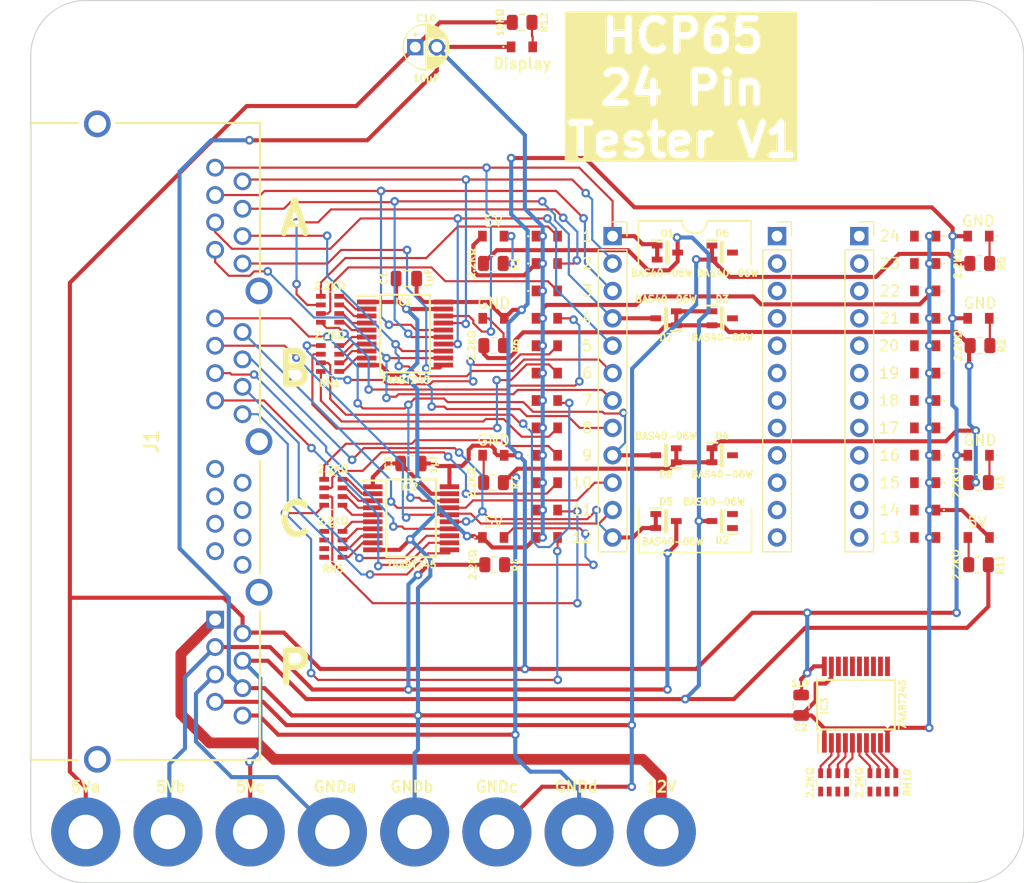
<source format=kicad_pcb>
(kicad_pcb (version 20241229) (generator "pcbnew") (generator_version "9.0")
  (title_block (title "HCP65 24pin Component Tester") (date "2025-08-19") (rev "V1"))
  (layers (0 "F.Cu" signal) (2 "B.Cu" signal) (5 "F.SilkS" user "F.Silkscreen") (7 "B.SilkS" user "B.Silkscreen") (1 "F.Mask" user) (3 "B.Mask" user) (25 "Edge.Cuts" user))
  (net 0 "")
  (net 1 "/12V")
  (net 2 "/IO23")
  (net 3 "/IO21")
  (net 6 "/IO6")
  (net 7 "/IO12")
  (net 9 "/IO10")
  (net 11 "/IO19")
  (net 12 "/IO15")
  (net 13 "/IO18")
  (net 14 "/IO16")
  (net 15 "/IO17")
  (net 16 "/IO14")
  (net 17 "/IO7")
  (net 18 "/IO1")
  (net 20 "Net-(LED1-Pad2)")
  (net 21 "/IO2")
  (net 22 "/IO13")
  (net 23 "/IO5")
  (net 24 "/IO22")
  (net 25 "/IO4")
  (net 26 "/IO3")
  (net 27 "/IO9")
  (net 28 "/IO8")
  (net 29 "/IO11")
  (net 30 "/IO20")
  (net 31 "/IO0")
  (net 32 "Net-(LED2-Pad2)")
  (net 33 "Net-(IC1-A4)")
  (net 34 "Net-(IC1-A0)")
  (net 35 "Net-(IC1-A2)")
  (net 36 "Net-(IC1-A1)")
  (net 37 "Net-(IC1-A7)")
  (net 38 "Net-(IC1-A5)")
  (net 39 "Net-(IC1-A3)")
  (net 40 "Net-(IC1-A6)")
  (net 41 "Net-(IC2-A1)")
  (net 42 "Net-(IC2-A6)")
  (net 43 "Net-(IC2-A5)")
  (net 44 "Net-(IC2-A4)")
  (net 45 "Net-(IC2-A2)")
  (net 46 "Net-(IC2-A3)")
  (net 47 "Net-(IC2-A7)")
  (net 48 "Net-(IC2-A0)")
  (net 49 "Net-(IC3-A7)")
  (net 50 "Net-(IC3-A0)")
  (net 51 "Net-(IC3-A4)")
  (net 52 "Net-(IC3-A1)")
  (net 53 "Net-(IC3-A2)")
  (net 54 "Net-(IC3-A3)")
  (net 55 "Net-(IC3-A5)")
  (net 56 "Net-(IC3-A6)")
  (net 57 "Net-(LED3-Pad1)")
  (net 58 "Net-(LED4-Pad1)")
  (net 59 "Net-(LED5-Pad2)")
  (net 60 "Net-(LED6-Pad1)")
  (net 61 "Net-(LED7-Pad1)")
  (net 62 "Net-(LED8-Pad1)")
  (net 63 "/S6")
  (net 64 "/S5")
  (net 65 "/S4")
  (net 66 "/S3")
  (net 67 "/S2")
  (net 68 "/S1")
  (net 69 "/S0")
  (net 70 "/S15")
  (net 71 "/S14")
  (net 72 "/S13")
  (net 73 "/S12")
  (net 74 "/S11")
  (net 75 "/S10")
  (net 76 "/S9")
  (net 77 "/S8")
  (net 78 "/S23")
  (net 79 "/S22")
  (net 80 "/S21")
  (net 81 "/S20")
  (net 82 "/S19")
  (net 83 "/S18")
  (net 84 "/S17")
  (net 85 "/S16")
  (net 86 "/S7")
  (net 87 "/5Va")
  (net 88 "/GNDd")
  (net 89 "/GNDb")
  (net 90 "/5Vb")
  (net 91 "/5Vc")
  (net 92 "/GNDa")
  (net 93 "/GNDc")
  (net 94 "Net-(LED49-Pad2)")
  (footprint "MountingHole:MountingHole_3.2mm_M3_Pad" (layer "F.Cu") (at 3.247002 61.595496)
    (property "Reference" "H4" (hide yes))
    (property "Value" "MountingHole_Pad")
  )
  (footprint "SamacSys_Parts:150224SS73100A" (layer "F.Cu") (at 71.7525 26.67 -90)
    (property "Reference" "LED4" (hide yes))
    (property "Value" "150224SS73100" (hide yes))
  )
  (footprint "SamacSys_Parts:150224VS73100A" (layer "F.Cu") (at 66.802 31.75 -90)
    (property "Reference" "LED25" (hide yes))
    (property "Value" "150224VS73100A" (hide yes))
  )
  (footprint "SamacSys_Parts:150224VS73100A" (layer "F.Cu") (at 66.802 21.59 -90)
    (property "Reference" "LED29" (hide yes))
    (property "Value" "150224VS73100A" (hide yes))
  )
  (footprint "MountingHole:MountingHole_3.2mm_M3_Pad" (layer "F.Cu") (at 18.487002 61.595496)
    (property "Reference" "H7" (hide yes))
    (property "Value" "MountingHole_Pad")
  )
  (footprint "SamacSys_Parts:150224VS73100A" (layer "F.Cu") (at 66.802 6.35 -90)
    (property "Reference" "LED19" (hide yes))
    (property "Value" "150224VS73100A" (hide yes))
  )
  (footprint "SamacSys_Parts:R_0805" (layer "F.Cu") (at 25.781 8.89 -90)
    (property "Reference" "R1")
    (property "Value" "2.2KΩ")
  )
  (footprint "SamacSys_Parts:150224VS73100A" (layer "F.Cu") (at 29.734 13.97 90)
    (property "Reference" "LED12" (hide yes))
    (property "Value" "150224VS73100A" (hide yes))
  )
  (footprint "SamacSys_Parts:R_0805" (layer "F.Cu") (at 70.739 36.83 -90)
    (property "Reference" "R11")
    (property "Value" "2.2KΩ")
  )
  (footprint "SamacSys_Parts:150224VS73100A" (layer "F.Cu") (at 29.734 8.89 90)
    (property "Reference" "LED14" (hide yes))
    (property "Value" "150224VS73100A" (hide yes))
  )
  (footprint "SamacSys_Parts:150224SS73100A" (layer "F.Cu") (at 24.7675 34.29 90)
    (property "Reference" "LED5" (hide yes))
    (property "Value" "150224SS73100" (hide yes))
  )
  (footprint "MountingHole:MountingHole_3.2mm_M3_Pad" (layer "F.Cu") (at 33.727002 61.595496)
    (property "Reference" "H8" (hide yes))
    (property "Value" "MountingHole_Pad")
  )
  (footprint "SamacSys_Parts:150224VS73100A" (layer "F.Cu") (at 29.734 34.29 90)
    (property "Reference" "LED20" (hide yes))
    (property "Value" "150224VS73100A" (hide yes))
  )
  (footprint "SamacSys_Parts:150224SS73100A" (layer "F.Cu") (at 24.7675 6.35 90)
    (property "Reference" "LED1" (hide yes))
    (property "Value" "150224SS73100" (hide yes))
  )
  (footprint "SamacSys_Parts:150224VS73100A" (layer "F.Cu") (at 66.802 19.05 -90)
    (property "Reference" "LED30" (hide yes))
    (property "Value" "150224VS73100A" (hide yes))
  )
  (footprint "SamacSys_Parts:CAY16-J4" (layer "F.Cu") (at 10.617 17.6962)
    (property "Reference" "RN1")
    (property "Value" "CAY16-222F4LF" (hide yes))
  )
  (footprint "SamacSys_Parts:150224VS73100A" (layer "F.Cu") (at 66.802 26.67 -90)
    (property "Reference" "LED27" (hide yes))
    (property "Value" "150224VS73100A" (hide yes))
  )
  (footprint "SamacSys_Parts:SOT65P210X110-3N" (layer "F.Cu") (at 41.783 32.766)
    (property "Reference" "D5")
    (property "Value" "BAS40-06W,115" (hide yes))
  )
  (footprint "SamacSys_Parts:150224VS73100A" (layer "F.Cu") (at 29.734 29.21 90)
    (property "Reference" "LED22" (hide yes))
    (property "Value" "150224VS73100A" (hide yes))
  )
  (footprint "MountingHole:MountingHole_3.2mm_M3_Pad" (layer "F.Cu") (at 26.107002 61.595496)
    (property "Reference" "H6" (hide yes))
    (property "Value" "MountingHole_Pad")
  )
  (footprint "SamacSys_Parts:150224VS73100A" (layer "F.Cu") (at 29.734 21.59 90)
    (property "Reference" "LED9" (hide yes))
    (property "Value" "150224VS73100A" (hide yes))
  )
  (footprint "SamacSys_Parts:R_0805" (layer "F.Cu") (at 25.797 29.21 -90)
    (property "Reference" "R7")
    (property "Value" "2.2KΩ")
  )
  (footprint "SamacSys_Parts:150224SS73100A" (layer "F.Cu") (at 24.7835 26.67 90)
    (property "Reference" "LED8" (hide yes))
    (property "Value" "150224SS73100" (hide yes))
  )
  (footprint "MountingHole:MountingHole_3.2mm_M3_Pad" (layer "F.Cu") (at -4.372998 61.595496)
    (property "Reference" "H3" (hide yes))
    (property "Value" "MountingHole_Pad")
  )
  (footprint "SamacSys_Parts:150224VS73100A" (layer "F.Cu") (at 66.802 29.21 -90)
    (property "Reference" "LED26" (hide yes))
    (property "Value" "150224VS73100A" (hide yes))
  )
  (footprint "SamacSys_Parts:150224VS73100A" (layer "F.Cu") (at 29.734 11.43 90)
    (property "Reference" "LED13" (hide yes))
    (property "Value" "150224VS73100A" (hide yes))
  )
  (footprint "SamacSys_Parts:150224VS73100A" (layer "F.Cu") (at 29.734 31.75 90)
    (property "Reference" "LED21" (hide yes))
    (property "Value" "150224VS73100A" (hide yes))
  )
  (footprint "SamacSys_Parts:150224VS73100A" (layer "F.Cu") (at 29.734 6.35 90)
    (property "Reference" "LED15" (hide yes))
    (property "Value" "150224VS73100A" (hide yes))
  )
  (footprint "SamacSys_Parts:150224VS73100A" (layer "F.Cu") (at 66.802 13.97 -90)
    (property "Reference" "LED16" (hide yes))
    (property "Value" "150224VS73100A" (hide yes))
  )
  (footprint "SamacSys_Parts:150224SS73100A" (layer "F.Cu") (at 71.7365 13.97 -90)
    (property "Reference" "LED3" (hide yes))
    (property "Value" "150224SS73100" (hide yes))
  )
  (footprint "SamacSys_Parts:C_0805" (layer "F.Cu") (at 54.3 49.828 180)
    (property "Reference" "C2")
    (property "Value" "1μF")
  )
  (footprint "MountingHole:MountingHole_3.2mm_M3_Pad" (layer "F.Cu") (at 10.867002 61.595496)
    (property "Reference" "H5" (hide yes))
    (property "Value" "MountingHole_Pad")
  )
  (footprint "SamacSys_Parts:SOT65P210X110-3N" (layer "F.Cu") (at 41.91 7.874)
    (property "Reference" "D1")
    (property "Value" "BAS40-06W,115" (hide yes))
  )
  (footprint "SamacSys_Parts:CAY16-J4" (layer "F.Cu") (at 10.922 30.099)
    (property "Reference" "RN6" (hide yes))
    (property "Value" "CAY16-222F4LF" (hide yes))
  )
  (footprint "SamacSys_Parts:SOP65P780X200-20N" (layer "F.Cu") (at 17.596 15.382)
    (property "Reference" "IC1")
    (property "Value" "SN74ABT245BDBR" (hide yes))
  )
  (footprint "SamacSys_Parts:SOP65P780X200-20N" (layer "F.Cu") (at 59.38 49.79 90)
    (property "Reference" "IC3")
    (property "Value" "SN74ABT245BDBR" (hide yes))
  )
  (footprint "SamacSys_Parts:150224SS73100A" (layer "F.Cu") (at 71.7365 6.35 -90)
    (property "Reference" "LED6" (hide yes))
    (property "Value" "150224SS73100" (hide yes))
  )
  (footprint "SamacSys_Parts:CAY16-J4" (layer "F.Cu") (at 57.307 57.029 90)
    (property "Reference" "RN9" (hide yes))
    (property "Value" "CAY16-222F4LF" (hide yes))
  )
  (footprint "SamacSys_Parts:150224VS73100A" (layer "F.Cu") (at 66.802 11.43 -90)
    (property "Reference" "LED17" (hide yes))
    (property "Value" "150224VS73100A" (hide yes))
  )
  (footprint "SamacSys_Parts:150224VS73100A" (layer "F.Cu") (at 66.802 8.89 -90)
    (property "Reference" "LED18" (hide yes))
    (property "Value" "150224VS73100A" (hide yes))
  )
  (footprint "SamacSys_Parts:C_0805" (layer "F.Cu") (at 17.735 10.287 90)
    (property "Reference" "C1")
    (property "Value" "1μF")
  )
  (footprint "SamacSys_Parts:63391672" (layer "F.Cu") (at 0 41.91 -90)
    (property "Reference" "J1")
    (property "Value" "6339167-2" (hide yes))
  )
  (footprint "SamacSys_Parts:150224VS73100A" (layer "F.Cu") (at 66.802 16.51 -90)
    (property "Reference" "LED31" (hide yes))
    (property "Value" "150224VS73100A" (hide yes))
  )
  (footprint "SamacSys_Parts:CAY16-J4" (layer "F.Cu") (at 10.617 13.1292)
    (property "Reference" "RN2" (hide yes))
    (property "Value" "CAY16-222F4LF" (hide yes))
  )
  (footprint "SamacSys_Parts:SOT65P210X110-3N" (layer "F.Cu") (at 41.783 26.67 180)
    (property "Reference" "D8")
    (property "Value" "BAS40-06W,115" (hide yes))
  )
  (footprint "SamacSys_Parts:R_0805" (layer "F.Cu") (at 25.908 36.83 -90)
    (property "Reference" "R4")
    (property "Value" "2.2KΩ")
  )
  (footprint "SamacSys_Parts:C_0805" (layer "F.Cu") (at 18.161 27.432 90)
    (property "Reference" "C3")
    (property "Value" "1μF")
  )
  (footprint "MountingHole:MountingHole_3.2mm_M3_Pad" (layer "F.Cu") (at -11.992998 61.595496)
    (property "Reference" "H2" (hide yes))
    (property "Value" "MountingHole_Pad")
  )
  (footprint "Connector_PinSocket_2.54mm:PinSocket_1x12_P2.54mm_Vertical" (layer "F.Cu") (at 36.83 6.35)
    (property "Reference" "J8" (hide yes))
    (property "Value" "Conn_01x12_Socket")
  )
  (footprint "SamacSys_Parts:SOT65P210X110-3N" (layer "F.Cu") (at 41.783 13.97 180)
    (property "Reference" "D7")
    (property "Value" "BAS40-06W,115" (hide yes))
  )
  (footprint "SamacSys_Parts:150224SS73100A" (layer "F.Cu") (at 24.797 13.97 90)
    (property "Reference" "LED7" (hide yes))
    (property "Value" "150224SS73100" (hide yes))
  )
  (footprint "SamacSys_Parts:150224VS73100A" (layer "F.Cu") (at 29.734 26.67 90)
    (property "Reference" "LED23" (hide yes))
    (property "Value" "150224VS73100A" (hide yes))
  )
  (footprint "SamacSys_Parts:150224VS73100A" (layer "F.Cu") (at 66.802 34.29 -90)
    (property "Reference" "LED24" (hide yes))
    (property "Value" "150224VS73100A" (hide yes))
  )
  (footprint "SamacSys_Parts:SOT65P210X110-3N" (layer "F.Cu") (at 46.99 7.874)
    (property "Reference" "D6")
    (property "Value" "BAS40-06W,115" (hide yes))
  )
  (footprint "SamacSys_Parts:150224VS73100A" (layer "F.Cu") (at 29.734 19.05 90)
    (property "Reference" "LED10" (hide yes))
    (property "Value" "150224VS73100A" (hide yes))
  )
  (footprint "Connector_PinSocket_2.54mm:PinSocket_1x12_P2.54mm_Vertical" (layer "F.Cu") (at 52.07 6.35)
    (property "Reference" "J3" (hide yes))
    (property "Value" "Conn_01x12_Socket")
  )
  (footprint "SamacSys_Parts:CAY16-J4" (layer "F.Cu") (at 61.879 57.029 90)
    (property "Reference" "RN10")
    (property "Value" "CAY16-222F4LF" (hide yes))
  )
  (footprint "SamacSys_Parts:CAY16-J4" (layer "F.Cu") (at 10.922 34.925)
    (property "Reference" "RN5")
    (property "Value" "CAY16-222F4LF" (hide yes))
  )
  (footprint "SamacSys_Parts:R_0805" (layer "F.Cu") (at 28.448 -13.462 -90)
    (property "Reference" "R12")
    (property "Value" "10KΩ")
  )
  (footprint "SamacSys_Parts:SOT65P210X110-3N" (layer "F.Cu") (at 46.99 26.67)
    (property "Reference" "D4")
    (property "Value" "BAS40-06W,115" (hide yes))
  )
  (footprint "MountingHole:MountingHole_3.2mm_M3_Pad" (layer "F.Cu") (at 41.347002 61.595496)
    (property "Reference" "H1" (hide yes))
    (property "Value" "MountingHole_Pad")
  )
  (footprint "SamacSys_Parts:SOT65P210X110-3N" (layer "F.Cu") (at 46.99 13.97)
    (property "Reference" "D3")
    (property "Value" "BAS40-06W,115" (hide yes))
  )
  (footprint "Connector_PinSocket_2.54mm:PinSocket_1x12_P2.54mm_Vertical" (layer "F.Cu") (at 59.69 6.35)
    (property "Reference" "J9" (hide yes))
    (property "Value" "Conn_01x12_Socket")
  )
  (footprint "SamacSys_Parts:150224VS73100A" (layer "F.Cu") (at 66.802 24.13 -90)
    (property "Reference" "LED28" (hide yes))
    (property "Value" "150224VS73100A" (hide yes))
  )
  (footprint "SamacSys_Parts:150224VS73100A" (layer "F.Cu") (at 29.734 16.51 90)
    (property "Reference" "LED11" (hide yes))
    (property "Value" "150224VS73100A" (hide yes))
  )
  (footprint "SamacSys_Parts:150224SS73100A" (layer "F.Cu") (at 71.7525 34.29 -90)
    (property "Reference" "LED2" (hide yes))
    (property "Value" "150224SS73100" (hide yes))
  )
  (footprint "SamacSys_Parts:150224SS73100A" (layer "F.Cu") (at 27.425 -11.1985 90)
    (property "Reference" "LED49" (hide yes))
    (property "Value" "150224SS73100" (hide yes))
  )
  (footprint "SamacSys_Parts:R_0805" (layer "F.Cu") (at 70.739 29.21 -90)
    (property "Reference" "R3")
    (property "Value" "2.2KΩ")
  )
  (footprint "SamacSys_Parts:SOP65P780X200-20N" (layer "F.Cu") (at 18.161 32.512)
    (property "Reference" "IC2")
    (property "Value" "SN74ABT245BDBR" (hide yes))
  )
  (footprint "SamacSys_Parts:R_0805" (layer "F.Cu") (at 70.85 8.89 -90)
    (property "Reference" "R5")
    (property "Value" "2.2KΩ")
  )
  (footprint "SamacSys_Parts:CP_Radial_D4.0mm_P2.00mm" (layer "F.Cu") (at 18.542 -11.176)
    (property "Reference" "C10")
    (property "Value" "10μF")
  )
  (footprint "SamacSys_Parts:R_0805" (layer "F.Cu") (at 70.8795 16.51 -90)
    (property "Reference" "R2")
    (property "Value" "2.2KΩ")
  )
  (footprint "SamacSys_Parts:R_0805" (layer "F.Cu") (at 25.8105 16.51 -90)
    (property "Reference" "R6")
    (property "Value" "2.2KΩ")
  )
  (footprint "SamacSys_Parts:150224VS73100A" (layer "F.Cu") (at 29.734 24.13 90)
    (property "Reference" "LED48" (hide yes))
    (property "Value" "150224VS73100A" (hide yes))
  )
  (footprint "SamacSys_Parts:SOT65P210X110-3N" (layer "F.Cu") (at 46.99 32.766 180)
    (property "Reference" "D2")
    (property "Value" "BAS40-06W,115" (hide yes))
  )
  (gr_line (start 49.679137 4.930863) (end 45.615137 4.930863) (stroke (width 0.15)) (layer "F.SilkS"))
  (gr_line (start 49.701274 35.686999) (end 39.243 35.687) (stroke (width 0.15)) (layer "F.SilkS"))
  (gr_line (start 39.220863 4.930863) (end 39.220863 8.994863) (stroke (width 0.15)) (layer "F.SilkS"))
  (gr_line (start 49.701274 35.686999) (end 49.701273 31.623) (stroke (width 0.15)) (layer "F.SilkS"))
  (gr_line (start 49.679137 4.930863) (end 49.679137 8.994863) (stroke (width 0.15)) (layer "F.SilkS"))
  (gr_line (start 39.243 35.687) (end 39.243 31.623) (stroke (width 0.15)) (layer "F.SilkS"))
  (gr_arc (start 45.615137 4.930863) (mid 44.45 6.096) (end 43.284863 4.930863) (stroke (width 0.15)) (layer "F.SilkS"))
  (gr_line (start 39.220863 4.930863) (end 43.284863 4.930863) (stroke (width 0.15)) (layer "F.SilkS"))
  (gr_line (start 69.85 66.294) (end -12.009995 66.294001) (stroke (width 0.1)) (layer "Edge.Cuts"))
  (gr_line (start 74.93 61.214) (end 74.931049 -10.414504) (stroke (width 0.1)) (layer "Edge.Cuts"))
  (gr_line (start -12.009995 -15.495) (end 69.851048 -15.494503) (stroke (width 0.1)) (layer "Edge.Cuts"))
  (gr_line (start -17.090002 61.213504) (end -17.09 -10.414) (stroke (width 0.1)) (layer "Edge.Cuts"))
  (gr_arc (start 74.93 61.213999) (mid 73.442103 64.806102) (end 69.85 66.294) (stroke (width 0.1)) (layer "Edge.Cuts"))
  (gr_arc (start -12.010002 66.293504) (mid -15.602102 64.805604) (end -17.090002 61.213504) (stroke (width 0.1)) (layer "Edge.Cuts"))
  (gr_arc (start -17.089955 -10.414) (mid -15.602132 -14.006442) (end -12.009995 -15.495) (stroke (width 0.1)) (layer "Edge.Cuts"))
  (gr_arc (start 69.851048 -15.494504) (mid 73.443151 -14.006607) (end 74.931049 -10.414504) (stroke (width 0.1)) (layer "Edge.Cuts"))
  (gr_text "5V" (at 25.781 32.893 0) (layer "F.SilkS") (effects (font (size 1 1))))
  (gr_text "5Vc" (at 3.247002 57.404496 0) (layer "F.SilkS") (effects (font (size 1 1) (thickness 0.2) (bold yes))))
  (gr_text "11" (at 35.052 31.75 0) (layer "F.SilkS") (effects (font (size 1 1)) (justify right)))
  (gr_text "Display" (at 28.448 -9.652 0) (layer "F.SilkS") (effects (font (size 1 1) (thickness 0.2) (bold yes))))
  (gr_text "GND" (at 25.810499 12.573 0) (layer "F.SilkS") (effects (font (size 1 1))))
  (gr_text "12" (at 35.052 34.29 0) (layer "F.SilkS") (effects (font (size 1 1)) (justify right)))
  (gr_text "22" (at 61.468 11.43 0) (layer "F.SilkS") (effects (font (size 1 1)) (justify left)))
  (gr_text "B" (at 7.366 18.658329 0) (layer "F.SilkS") (effects (font (size 3 3) (thickness 0.6) (bold yes))))
  (gr_text "GND" (at 70.723 4.953 0) (layer "F.SilkS") (effects (font (size 1 1))))
  (gr_text "GNDd" (at 33.473002 57.404496 0) (layer "F.SilkS") (effects (font (size 1 1) (thickness 0.2) (bold yes))))
  (gr_text "5V" (at 25.781 4.953 0) (layer "F.SilkS") (effects (font (size 1 1))))
  (gr_text "6" (at 35.052 19.05 0) (layer "F.SilkS") (effects (font (size 1 1)) (justify right)))
  (gr_text "GNDb" (at 18.233002 57.404496 0) (layer "F.SilkS") (effects (font (size 1 1) (thickness 0.2) (bold yes))))
  (gr_text "1" (at 35.052 6.35 0) (layer "F.SilkS") (effects (font (size 1 1)) (justify right)))
  (gr_text "17" (at 63.5 24.13 0) (layer "F.SilkS") (effects (font (size 1 1)) (justify right)))
  (gr_text "5Vb" (at -4.118998 57.404496 0) (layer "F.SilkS") (effects (font (size 1 1) (thickness 0.2) (bold yes))))
  (gr_text "8" (at 35.052 24.13 0) (layer "F.SilkS") (effects (font (size 1 1)) (justify right)))
  (gr_text "2" (at 35.052 8.89 0) (layer "F.SilkS") (effects (font (size 1 1)) (justify right)))
  (gr_text "24" (at 61.468 6.35 0) (layer "F.SilkS") (effects (font (size 1 1)) (justify left)))
  (gr_text "P" (at 7.366 46.355 0) (layer "F.SilkS") (effects (font (size 3 3) (thickness 0.6) (bold yes))))
  (gr_text "GNDc" (at 26.107002 57.404496 0) (layer "F.SilkS") (effects (font (size 1 1) (thickness 0.2) (bold yes))))
  (gr_text "19" (at 63.5 19.05 0) (layer "F.SilkS") (effects (font (size 1 1)) (justify right)))
  (gr_text "16" (at 61.468 26.67 0) (layer "F.SilkS") (effects (font (size 1 1)) (justify left)))
  (gr_text "13" (at 61.468 34.29 0) (layer "F.SilkS") (effects (font (size 1 1)) (justify left)))
  (gr_text "7" (at 35.052 21.59 0) (layer "F.SilkS") (effects (font (size 1 1)) (justify right)))
  (gr_text "12V" (at 41.347002 57.404496 0) (layer "F.SilkS") (effects (font (size 1 1) (thickness 0.2) (bold yes))))
  (gr_text "5V" (at 70.612 32.893 0) (layer "F.SilkS") (effects (font (size 1 1))))
  (gr_text "21" (at 61.468 13.97 0) (layer "F.SilkS") (effects (font (size 1 1)) (justify left)))
  (gr_text "GND" (at 25.797 25.273 0) (layer "F.SilkS") (effects (font (size 1 1))))
  (gr_text "14" (at 61.468 31.75 0) (layer "F.SilkS") (effects (font (size 1 1)) (justify left)))
  (gr_text "A" (at 7.366 4.688329 0) (layer "F.SilkS") (effects (font (size 3 3) (thickness 0.6) (bold yes))))
  (gr_text "23" (at 61.468 8.89 0) (layer "F.SilkS") (effects (font (size 1 1)) (justify left)))
  (gr_text "10" (at 35.052 29.21 0) (layer "F.SilkS") (effects (font (size 1 1)) (justify right)))
  (gr_text "4" (at 35.052 13.97 0) (layer "F.SilkS") (effects (font (size 1 1)) (justify right)))
  (gr_text "20" (at 63.5 16.51 0) (layer "F.SilkS") (effects (font (size 1 1)) (justify right)))
  (gr_text "5" (at 35.052 16.51 0) (layer "F.SilkS") (effects (font (size 1 1)) (justify right)))
  (gr_text "18" (at 63.5 21.59 0) (layer "F.SilkS") (effects (font (size 1 1)) (justify right)))
  (gr_text "GND" (at 70.879499 12.573 0) (layer "F.SilkS") (effects (font (size 1 1))))
  (gr_text "C" (at 7.366 32.628329 0) (layer "F.SilkS") (effects (font (size 3 3) (thickness 0.6) (bold yes))))
  (gr_text "HCP65\n24 Pin\nTester V1" (at 43.307 -7.366 0) (layer "F.SilkS" knockout) (effects (font (size 3 3) (thickness 0.6) (bold yes))))
  (gr_text "9" (at 35.052 26.67 0) (layer "F.SilkS") (effects (font (size 1 1)) (justify right)))
  (gr_text "GND" (at 70.866 25.273 0) (layer "F.SilkS") (effects (font (size 1 1))))
  (gr_text "GNDa" (at 11.121002 57.404496 0) (layer "F.SilkS") (effects (font (size 1 1) (thickness 0.2) (bold yes))))
  (gr_text "15" (at 61.468 29.21 0) (layer "F.SilkS") (effects (font (size 1 1)) (justify left)))
  (gr_text "3" (at 35.052 11.43 0) (layer "F.SilkS") (effects (font (size 1 1)) (justify right)))
  (gr_text "5Va" (at -11.992998 57.404496 0) (layer "F.SilkS") (effects (font (size 1 1) (thickness 0.2) (bold yes))))
  (segment (start 39.624 54.864) (end 5.461 54.864) (width 1) (layer "F.Cu") (net 1))
  (segment (start 5.461 54.864) (end 3.937 53.34) (width 1) (layer "F.Cu") (net 1))
  (segment (start 41.347002 56.587002) (end 39.624 54.864) (width 1) (layer "F.Cu") (net 1))
  (segment (start -3.175 50.673) (end -3.175 45.085) (width 1) (layer "F.Cu") (net 1))
  (segment (start 41.347002 61.595496) (end 41.347002 56.587002) (width 1) (layer "F.Cu") (net 1))
  (segment (start -0.508 53.34) (end -3.175 50.673) (width 1) (layer "F.Cu") (net 1))
  (segment (start -3.175 45.085) (end 0 41.91) (width 1) (layer "F.Cu") (net 1))
  (segment (start 3.937 53.34) (end -0.508 53.34) (width 1) (layer "F.Cu") (net 1))
  (segment (start 0 8.763) (end 0 7.619999) (width 0.2) (layer "F.Cu") (net 6))
  (segment (start 28.0291 20.6119) (end 27.6318 21.0092) (width 0.2) (layer "F.Cu") (net 6))
  (segment (start 4.8743 9.6157) (end 3.6221 9.6157) (width 0.2) (layer "F.Cu") (net 6))
  (segment (start 16.9918 21.0092) (end 16.764 21.237) (width 0.2) (layer "F.Cu") (net 6))
  (segment (start 27.6318 21.0092) (end 16.9918 21.0092) (width 0.2) (layer "F.Cu") (net 6))
  (segment (start 3.2133 10.0245) (end 1.2615 10.0245) (width 0.2) (layer "F.Cu") (net 6))
  (segment (start 21.146 17.657) (end 15.875 17.657) (width 0.2) (layer "F.Cu") (net 6))
  (segment (start 15.991292 21.237) (end 15.875 21.353292) (width 0.2) (layer "F.Cu") (net 6))
  (segment (start 35.8519 20.6119) (end 28.0291 20.6119) (width 0.2) (layer "F.Cu") (net 6))
  (segment (start 36.83 21.59) (end 35.8519 20.6119) (width 0.2) (layer "F.Cu") (net 6))
  (segment (start 3.6221 9.6157) (end 3.2133 10.0245) (width 0.2) (layer "F.Cu") (net 6))
  (segment (start 16.764 21.237) (end 15.991292 21.237) (width 0.2) (layer "F.Cu") (net 6))
  (segment (start 1.2615 10.0245) (end 0 8.763) (width 0.2) (layer "F.Cu") (net 6))
  (via (at 15.875 17.657) (size 0.8) (drill 0.4) (layers "F.Cu" "B.Cu") (net 6))
  (via (at 15.875 21.353292) (size 0.8) (drill 0.4) (layers "F.Cu" "B.Cu") (net 6))
  (via (at 4.8743 9.6157) (size 0.8) (drill 0.4) (layers "F.Cu" "B.Cu") (net 6))
  (segment (start 4.8743 9.6157) (end 9.1578 13.8992) (width 0.2) (layer "B.Cu") (net 6))
  (segment (start 15.875 17.657) (end 15.875 21.353292) (width 0.2) (layer "B.Cu") (net 6))
  (segment (start 12.1172 13.8992) (end 15.875 17.657) (width 0.2) (layer "B.Cu") (net 6))
  (segment (start 9.1578 13.8992) (end 12.1172 13.8992) (width 0.2) (layer "B.Cu") (net 6))
  (segment (start 1.3891 19.05) (end 1.524 19.1849) (width 0.2) (layer "F.Cu") (net 7))
  (segment (start 0 19.05) (end 1.3891 19.05) (width 0.2) (layer "F.Cu") (net 7))
  (segment (start 16.51 33.274) (end 17.313 33.274) (width 0.2) (layer "F.Cu") (net 7))
  (segment (start 3.6051 19.1849) (end 1.524 19.1849) (width 0.2) (layer "F.Cu") (net 7))
  (segment (start 21.711 33.487) (end 17.526 33.487) (width 0.2) (layer "F.Cu") (net 7))
  (segment (start 17.313 33.274) (end 17.526 33.487) (width 0.2) (layer "F.Cu") (net 7))
  (via (at 3.6051 19.1849) (size 0.8) (drill 0.4) (layers "F.Cu" "B.Cu") (net 7))
  (via (at 16.51 33.274) (size 0.8) (drill 0.4) (layers "F.Cu" "B.Cu") (net 7))
  (segment (start 16.51 33.274) (end 16.51 32.5425) (width 0.2) (layer "B.Cu") (net 7))
  (segment (start 10.287 25.8668) (end 3.6051 19.1849) (width 0.2) (layer "B.Cu") (net 7))
  (segment (start 16.51 32.5425) (end 10.287 26.3195) (width 0.2) (layer "B.Cu") (net 7))
  (segment (start 10.287 26.3195) (end 10.287 25.8668) (width 0.2) (layer "B.Cu") (net 7))
  (segment (start 24.6098 32.9952) (end 35.5848 32.9952) (width 0.2) (layer "F.Cu") (net 9))
  (segment (start 21.711 32.187) (end 17.952812 32.187) (width 0.2) (layer "F.Cu") (net 9))
  (segment (start 23.699 32.0844) (end 24.6098 32.9952) (width 0.2) (layer "F.Cu") (net 9))
  (segment (start 6.4279 16.51) (end 0 16.51) (width 0.2) (layer "F.Cu") (net 9))
  (segment (start 7.5287 17.6108) (end 6.4279 16.51) (width 0.2) (layer "F.Cu") (net 9))
  (segment (start 21.8136 32.0844) (end 23.699 32.0844) (width 0.2) (layer "F.Cu") (net 9))
  (segment (start 17.952812 32.187) (end 17.698272 32.44154) (width 0.2) (layer "F.Cu") (net 9))
  (segment (start 35.5848 32.9952) (end 36.83 31.75) (width 0.2) (layer "F.Cu") (net 9))
  (via (at 17.698272 32.44154) (size 0.8) (drill 0.4) (layers "F.Cu" "B.Cu") (net 9))
  (via (at 7.5287 17.6108) (size 0.8) (drill 0.4) (layers "F.Cu" "B.Cu") (net 9))
  (segment (start 17.3959 27.478) (end 17.3959 32.139168) (width 0.2) (layer "B.Cu") (net 9))
  (segment (start 17.3959 32.139168) (end 17.698272 32.44154) (width 0.2) (layer "B.Cu") (net 9))
  (segment (start 7.5287 17.6108) (end 17.3959 27.478) (width 0.2) (layer "B.Cu") (net 9))
  (segment (start 21.711 35.437) (end 21.711 35.762) (width 0.2) (layer "F.Cu") (net 12))
  (segment (start 19.737 35.762) (end 17.78 37.719) (width 0.2) (layer "F.Cu") (net 12))
  (segment (start 17.78 37.719) (end 14.351 37.719) (width 0.2) (layer "F.Cu") (net 12))
  (segment (start 21.711 35.762) (end 19.737 35.762) (width 0.2) (layer "F.Cu") (net 12))
  (via (at 14.351 37.719) (size 0.8) (drill 0.4) (layers "F.Cu" "B.Cu") (net 12))
  (segment (start 13.5494 37.719) (end 14.351 37.719) (width 0.2) (layer "B.Cu") (net 12))
  (segment (start 3.96335 22.86) (end 6.731 25.62765) (width 0.2) (layer "B.Cu") (net 12))
  (segment (start 2.54 22.86) (end 3.96335 22.86) (width 0.2) (layer "B.Cu") (net 12))
  (segment (start 6.731 30.9006) (end 13.5494 37.719) (width 0.2) (layer "B.Cu") (net 12))
  (segment (start 6.731 25.62765) (end 6.731 30.9006) (width 0.2) (layer "B.Cu") (net 12))
  (segment (start 15.228 36.83) (end 15.113 36.945) (width 0.2) (layer "F.Cu") (net 16))
  (segment (start 0 21.59) (end 4.5162 21.59) (width 0.2) (layer "F.Cu") (net 16))
  (segment (start 21.711 34.787) (end 19.823 34.787) (width 0.2) (layer "F.Cu") (net 16))
  (segment (start 17.78 36.83) (end 15.228 36.83) (width 0.2) (layer "F.Cu") (net 16))
  (segment (start 4.5162 21.59) (end 8.9256 25.9994) (width 0.2) (layer "F.Cu") (net 16))
  (segment (start 19.823 34.787) (end 17.78 36.83) (width 0.2) (layer "F.Cu") (net 16))
  (via (at 15.113 36.945) (size 0.8) (drill 0.4) (layers "F.Cu" "B.Cu") (net 16))
  (via (at 8.9256 25.9994) (size 0.8) (drill 0.4) (layers "F.Cu" "B.Cu") (net 16))
  (segment (start 15.113 32.1868) (end 8.9256 25.9994) (width 0.2) (layer "B.Cu") (net 16))
  (segment (start 15.113 36.945) (end 15.113 32.1868) (width 0.2) (layer "B.Cu") (net 16))
  (segment (start 28.229 22.387) (end 21.463 22.387) (width 0.2) (layer "F.Cu") (net 17))
  (segment (start 33.782 24.13) (end 32.6882 23.0362) (width 0.2) (layer "F.Cu") (net 17))
  (segment (start 20.066 22.1592) (end 21.2352 22.1592) (width 0.2) (layer "F.Cu") (net 17))
  (segment (start 11.672 7.632) (end 17.78 7.632) (width 0.2) (layer "F.Cu") (net 17))
  (segment (start 36.83 24.13) (end 33.782 24.13) (width 0.2) (layer "F.Cu") (net 17))
  (segment (start 10.414 8.89) (end 11.672 7.632) (width 0.2) (layer "F.Cu") (net 17))
  (segment (start 21.2352 22.1592) (end 21.463 22.387) (width 0.2) (layer "F.Cu") (net 17))
  (segment (start 28.8782 23.0362) (end 28.229 22.387) (width 0.2) (layer "F.Cu") (net 17))
  (segment (start 21.146 18.307) (end 20.8383 18.6147) (width 0.2) (layer "F.Cu") (net 17))
  (segment (start 2.54 8.89) (end 10.414 8.89) (width 0.2) (layer "F.Cu") (net 17))
  (segment (start 32.6882 23.0362) (end 28.8782 23.0362) (width 0.2) (layer "F.Cu") (net 17))
  (segment (start 20.8383 18.6147) (end 19.5618 18.6147) (width 0.2) (layer "F.Cu") (net 17))
  (via (at 19.5618 18.6147) (size 0.8) (drill 0.4) (layers "F.Cu" "B.Cu") (net 17))
  (via (at 20.066 22.1592) (size 0.8) (drill 0.4) (layers "F.Cu" "B.Cu") (net 17))
  (via (at 17.78 7.632) (size 0.8) (drill 0.4) (layers "F.Cu" "B.Cu") (net 17))
  (segment (start 19.5618 18.6147) (end 19.5618 19.9784) (width 0.2) (layer "B.Cu") (net 17))
  (segment (start 20.066 20.4826) (end 20.066 22.1592) (width 0.2) (layer "B.Cu") (net 17))
  (segment (start 19.5618 19.9784) (end 20.066 20.4826) (width 0.2) (layer "B.Cu") (net 17))
  (segment (start 19.5618 12.9578) (end 17.78 11.176) (width 0.2) (layer "B.Cu") (net 17))
  (segment (start 19.5618 18.6147) (end 19.5618 12.9578) (width 0.2) (layer "B.Cu") (net 17))
  (segment (start 17.78 11.176) (end 17.78 7.632) (width 0.2) (layer "B.Cu") (net 17))
  (segment (start 33.083 1.1037) (end 23.241 1.1037) (width 0.2) (layer "F.Cu") (net 18))
  (segment (start 34.3385 2.3592) (end 33.083 1.1037) (width 0.2) (layer "F.Cu") (net 18))
  (segment (start 23.1442 14.407) (end 23.2199 14.4827) (width 0.2) (layer "F.Cu") (net 18))
  (segment (start 23.241 1.1037) (end 2.7063 1.1037) (width 0.2) (layer "F.Cu") (net 18))
  (segment (start 21.146 14.407) (end 23.1442 14.407) (width 0.2) (layer "F.Cu") (net 18))
  (via (at 23.241 1.1037) (size 0.8) (drill 0.4) (layers "F.Cu" "B.Cu") (net 18))
  (via (at 34.3385 2.3592) (size 0.8) (drill 0.4) (layers "F.Cu" "B.Cu") (net 18))
  (via (at 23.2199 14.4827) (size 0.8) (drill 0.4) (layers "F.Cu" "B.Cu") (net 18))
  (segment (start 34.9436 2.9643) (end 34.3385 2.3592) (width 0.2) (layer "B.Cu") (net 18))
  (segment (start 23.2199 14.4827) (end 23.241 14.4616) (width 0.2) (layer "B.Cu") (net 18))
  (segment (start 34.9436 6.6846) (end 36.83 8.571) (width 0.2) (layer "B.Cu") (net 18))
  (segment (start 34.9436 6.6846) (end 34.9436 2.9643) (width 0.2) (layer "B.Cu") (net 18))
  (segment (start 23.241 14.4616) (end 23.241 1.1037) (width 0.2) (layer "B.Cu") (net 18))
  (segment (start 26.7675 6.35) (end 27.432 6.35) (width 0.2) (layer "F.Cu") (net 20))
  (segment (start 26.6935 8.88) (end 27.559 8.88) (width 0.2) (layer "F.Cu") (net 20))
  (via (at 27.559 8.88) (size 0.8) (drill 0.4) (layers "F.Cu" "B.Cu") (net 20))
  (via (at 27.432 6.35) (size 0.8) (drill 0.4) (layers "F.Cu" "B.Cu") (net 20))
  (segment (start 27.432 6.35) (end 27.559 6.477) (width 0.2) (layer "B.Cu") (net 20))
  (segment (start 27.559 6.477) (end 27.559 8.88) (width 0.2) (layer "B.Cu") (net 20))
  (segment (start 18.6122 15.057) (end 18.1218 14.5666) (width 0.2) (layer "F.Cu") (net 21))
  (segment (start 21.146 15.057) (end 18.6122 15.057) (width 0.2) (layer "F.Cu") (net 21))
  (segment (start 0 2.54) (end 4.191 2.54) (width 0.2) (layer "F.Cu") (net 21))
  (segment (start 4.572 2.159) (end 15.367 2.159) (width 0.2) (layer "F.Cu") (net 21))
  (segment (start 34.1402 4.6958) (end 31.6034 2.159) (width 0.2) (layer "F.Cu") (net 21))
  (segment (start 18.1218 14.5666) (end 16.1088 14.5666) (width 0.2) (layer "F.Cu") (net 21))
  (segment (start 4.191 2.54) (end 4.572 2.159) (width 0.2) (layer "F.Cu") (net 21))
  (segment (start 31.6034 2.159) (end 15.367 2.159) (width 0.2) (layer "F.Cu") (net 21))
  (via (at 16.1088 14.5666) (size 0.8) (drill 0.4) (layers "F.Cu" "B.Cu") (net 21))
  (via (at 15.367 2.159) (size 0.8) (drill 0.4) (layers "F.Cu" "B.Cu") (net 21))
  (via (at 34.1402 4.6958) (size 0.8) (drill 0.4) (layers "F.Cu" "B.Cu") (net 21))
  (segment (start 34.2661 8.8661) (end 34.2661 4.8217) (width 0.2) (layer "B.Cu") (net 21))
  (segment (start 15.367 13.8248) (end 15.367 2.159) (width 0.2) (layer "B.Cu") (net 21))
  (segment (start 34.2661 4.8217) (end 34.1402 4.6958) (width 0.2) (layer "B.Cu") (net 21))
  (segment (start 16.1088 14.5666) (end 15.367 13.8248) (width 0.2) (layer "B.Cu") (net 21))
  (segment (start 36.83 11.43) (end 34.2661 8.8661) (width 0.2) (layer "B.Cu") (net 21))
  (segment (start 19.584 34.137) (end 17.526001 36.194999) (width 0.2) (layer "F.Cu") (net 22))
  (segment (start 17.526001 36.194999) (end 13.366701 36.194999) (width 0.2) (layer "F.Cu") (net 22))
  (segment (start 21.711 34.137) (end 19.584 34.137) (width 0.2) (layer "F.Cu") (net 22))
  (via (at 13.366701 36.194999) (size 0.8) (drill 0.4) (layers "F.Cu" "B.Cu") (net 22))
  (segment (start 7.747 30.575298) (end 7.747 25.527) (width 0.2) (layer "B.Cu") (net 22))
  (segment (start 13.366701 36.194999) (end 7.747 30.575298) (width 0.2) (layer "B.Cu") (net 22))
  (segment (start 7.747 25.527) (end 2.54 20.32) (width 0.2) (layer "B.Cu") (net 22))
  (segment (start 23.31245 19.3406) (end 18.8326 19.3406) (width 0.2) (layer "F.Cu") (net 23))
  (segment (start 10.3781 6.3151) (end 2.5749 6.3151) (width 0.2) (layer "F.Cu") (net 23))
  (segment (start 23.803025 18.850025) (end 23.31245 19.3406) (width 0.2) (layer "F.Cu") (net 23))
  (segment (start 27.571775 18.850025) (end 23.803025 18.850025) (width 0.2) (layer "F.Cu") (net 23))
  (segment (start 17.0404 18.4294) (end 17.018 18.407) (width 0.2) (layer "F.Cu") (net 23))
  (segment (start 35.5754 17.7954) (end 28.6264 17.7954) (width 0.2) (layer "F.Cu") (net 23))
  (segment (start 17.9214 18.4294) (end 17.0404 18.4294) (width 0.2) (layer "F.Cu") (net 23))
  (segment (start 21.146 17.007) (end 17.3493 17.007) (width 0.2) (layer "F.Cu") (net 23))
  (segment (start 17.3493 17.007) (end 16.7187 16.3764) (width 0.2) (layer "F.Cu") (net 23))
  (segment (start 18.8326 19.3406) (end 17.9214 18.4294) (width 0.2) (layer "F.Cu") (net 23))
  (segment (start 36.83 19.05) (end 35.5754 17.7954) (width 0.2) (layer "F.Cu") (net 23))
  (segment (start 28.6264 17.7954) (end 27.571775 18.850025) (width 0.2) (layer "F.Cu") (net 23))
  (via (at 16.7187 16.3764) (size 0.8) (drill 0.4) (layers "F.Cu" "B.Cu") (net 23))
  (via (at 17.018 18.407) (size 0.8) (drill 0.4) (layers "F.Cu" "B.Cu") (net 23))
  (via (at 10.3781 6.3151) (size 0.8) (drill 0.4) (layers "F.Cu" "B.Cu") (net 23))
  (segment (start 16.7187 17.2024) (end 17.018 17.5017) (width 0.2) (layer "B.Cu") (net 23))
  (segment (start 10.3781 10.0358) (end 16.7187 16.3764) (width 0.2) (layer "B.Cu") (net 23))
  (segment (start 16.7187 16.3764) (end 16.7187 17.2024) (width 0.2) (layer "B.Cu") (net 23))
  (segment (start 17.018 17.5017) (end 17.018 18.407) (width 0.2) (layer "B.Cu") (net 23))
  (segment (start 10.3781 6.3151) (end 10.3781 10.0358) (width 0.2) (layer "B.Cu") (net 23))
  (segment (start 0 5.08) (end 0 5.969) (width 0.2) (layer "F.Cu") (net 25))
  (segment (start 13.477 4.711) (end 22.479 4.711) (width 0.2) (layer "F.Cu") (net 25))
  (segment (start 22.479 4.711) (end 30.7852 4.711) (width 0.2) (layer "F.Cu") (net 25))
  (segment (start 10.668 7.52) (end 13.477 4.711) (width 0.2) (layer "F.Cu") (net 25))
  (segment (start 21.146 16.357) (end 22.469528 16.357001) (width 0.2) (layer "F.Cu") (net 25))
  (segment (start 1.551 7.52) (end 10.668 7.52) (width 0.2) (layer "F.Cu") (net 25))
  (segment (start 0 5.969) (end 1.551 7.52) (width 0.2) (layer "F.Cu") (net 25))
  (via (at 30.7852 4.711) (size 0.8) (drill 0.4) (layers "F.Cu" "B.Cu") (net 25))
  (via (at 22.469528 16.357001) (size 0.8) (drill 0.4) (layers "F.Cu" "B.Cu") (net 25))
  (via (at 22.479 4.711) (size 0.8) (drill 0.4) (layers "F.Cu" "B.Cu") (net 25))
  (segment (start 31.5951 11.2751) (end 31.5951 5.6593) (width 0.2) (layer "B.Cu") (net 25))
  (segment (start 22.469528 16.357001) (end 22.479 16.347529) (width 0.2) (layer "B.Cu") (net 25))
  (segment (start 30.7852 4.8494) (end 30.7852 4.711) (width 0.2) (layer "B.Cu") (net 25))
  (segment (start 31.5951 5.6593) (end 30.7852 4.8494) (width 0.2) (layer "B.Cu") (net 25))
  (segment (start 36.83 16.51) (end 31.5951 11.2751) (width 0.2) (layer "B.Cu") (net 25))
  (segment (start 22.479 16.347529) (end 22.479 4.711) (width 0.2) (layer "B.Cu") (net 25))
  (segment (start 16.7071 3.1251) (end 30.3213 3.1251) (width 0.2) (layer "F.Cu") (net 26))
  (segment (start 18.2057 15.707) (end 21.146 15.707) (width 0.2) (layer "F.Cu") (net 26))
  (segment (start 16.6328 3.1994) (end 16.7071 3.1251) (width 0.2) (layer "F.Cu") (net 26))
  (segment (start 16.6328 3.1251) (end 16.6328 3.1994) (width 0.2) (layer "F.Cu") (net 26))
  (segment (start 40.833 13.97) (end 36.83 13.97) (width 0.38) (layer "F.Cu") (net 26))
  (segment (start 6.3744 3.81) (end 6.985 3.1994) (width 0.2) (layer "F.Cu") (net 26))
  (segment (start 17.8962 15.3975) (end 18.2057 15.707) (width 0.2) (layer "F.Cu") (net 26))
  (segment (start 2.54 3.81) (end 6.3744 3.81) (width 0.2) (layer "F.Cu") (net 26))
  (segment (start 6.985 3.1994) (end 16.6328 3.1994) (width 0.2) (layer "F.Cu") (net 26))
  (via (at 30.3213 3.1251) (size 0.8) (drill 0.4) (layers "F.Cu" "B.Cu") (net 26))
  (via (at 17.8962 15.3975) (size 0.8) (drill 0.4) (layers "F.Cu" "B.Cu") (net 26))
  (via (at 16.6328 3.1251) (size 0.8) (drill 0.4) (layers "F.Cu" "B.Cu") (net 26))
  (segment (start 32.772537 9.912537) (end 32.772537 6.159437) (width 0.2) (layer "B.Cu") (net 26))
  (segment (start 30.3213 3.1994) (end 30.3213 3.1251) (width 0.2) (layer "B.Cu") (net 26))
  (segment (start 36.83 13.97) (end 32.772537 9.912537) (width 0.2) (layer "B.Cu") (net 26))
  (segment (start 31.4869 4.365) (end 30.3213 3.1994) (width 0.2) (layer "B.Cu") (net 26))
  (segment (start 32.772537 6.159437) (end 31.4869 4.8738) (width 0.2) (layer "B.Cu") (net 26))
  (segment (start 17.8962 15.3617) (end 16.6328 14.0983) (width 0.2) (layer "B.Cu") (net 26))
  (segment (start 17.8962 15.3975) (end 17.8962 15.3617) (width 0.2) (layer "B.Cu") (net 26))
  (segment (start 31.4869 4.8738) (end 31.4869 4.365) (width 0.2) (layer "B.Cu") (net 26))
  (segment (start 16.6328 14.0983) (end 16.6328 3.1251) (width 0.2) (layer "B.Cu") (net 26))
  (segment (start 16.8721 31.537) (end 21.711 31.537) (width 0.2) (layer "F.Cu") (net 27))
  (segment (start 33.5352 30.8538) (end 23.9015 30.8538) (width 0.2) (layer "F.Cu") (net 27))
  (segment (start 23.2183 31.537) (end 21.711 31.537) (width 0.2) (layer "F.Cu") (net 27))
  (segment (start 16.2953 30.9602) (end 16.8721 31.537) (width 0.2) (layer "F.Cu") (net 27))
  (segment (start 23.9015 30.8538) (end 23.2183 31.537) (width 0.2) (layer "F.Cu") (net 27))
  (segment (start 36.83 29.21) (end 35.179 29.21) (width 0.2) (layer "F.Cu") (net 27))
  (segment (start 35.179 29.21) (end 33.5352 30.8538) (width 0.2) (layer "F.Cu") (net 27))
  (via (at 16.2953 30.9602) (size 0.8) (drill 0.4) (layers "F.Cu" "B.Cu") (net 27))
  (segment (start 2.54 15.24) (end 16.2953 28.9953) (width 0.2) (layer "B.Cu") (net 27))
  (segment (start 16.2953 28.9953) (end 16.2953 30.9602) (width 0.2) (layer "B.Cu") (net 27))
  (segment (start 17.907 21.987) (end 18.4848 21.4092) (width 0.2) (layer "F.Cu") (net 28))
  (segment (start 6.985 13.97) (end 0 13.97) (width 0.2) (layer "F.Cu") (net 28))
  (segment (start 19.177 30.887) (end 21.711 30.887) (width 0.2) (layer "F.Cu") (net 28))
  (segment (start 21.209 21.4092) (end 21.5361 21.7363) (width 0.2) (layer "F.Cu") (net 28))
  (segment (start 18.0976 30.6051) (end 18.8951 30.6051) (width 0.2) (layer "F.Cu") (net 28))
  (segment (start 13.693616 22.329616) (end 13.208 21.844) (width 0.2) (layer "F.Cu") (net 28))
  (segment (start 40.833 26.67) (end 36.83 26.67) (width 0.38) (layer "F.Cu") (net 28))
  (segment (start 37.7809 22.7979) (end 37.843 22.7358) (width 0.2) (layer "F.Cu") (net 28))
  (segment (start 29.4539 22.6345) (end 35.9005 22.6345) (width 0.2) (layer "F.Cu") (net 28))
  (segment (start 18.4848 21.4092) (end 21.209 21.4092) (width 0.2) (layer "F.Cu") (net 28))
  (segment (start 8.6739 15.6589) (end 6.985 13.97) (width 0.2) (layer "F.Cu") (net 28))
  (segment (start 28.5557 21.7363) (end 29.4539 22.6345) (width 0.2) (layer "F.Cu") (net 28))
  (segment (start 17.564384 22.329616) (end 13.693616 22.329616) (width 0.2) (layer "F.Cu") (net 28))
  (segment (start 36.0639 22.7979) (end 37.7809 22.7979) (width 0.2) (layer "F.Cu") (net 28))
  (segment (start 21.5361 21.7363) (end 28.5557 21.7363) (width 0.2) (layer "F.Cu") (net 28))
  (segment (start 17.907 21.987) (end 17.564384 22.329616) (width 0.2) (layer "F.Cu") (net 28))
  (segment (start 18.8951 30.6051) (end 19.177 30.887) (width 0.2) (layer "F.Cu") (net 28))
  (segment (start 35.9005 22.6345) (end 36.0639 22.7979) (width 0.2) (layer "F.Cu") (net 28))
  (segment (start 10.3854 15.6589) (end 8.6739 15.6589) (width 0.2) (layer "F.Cu") (net 28))
  (via (at 13.208 21.844) (size 0.8) (drill 0.4) (layers "F.Cu" "B.Cu") (net 28))
  (via (at 37.843 22.7358) (size 0.8) (drill 0.4) (layers "F.Cu" "B.Cu") (net 28))
  (via (at 18.0976 30.6051) (size 0.8) (drill 0.4) (layers "F.Cu" "B.Cu") (net 28))
  (via (at 10.3854 15.6589) (size 0.8) (drill 0.4) (layers "F.Cu" "B.Cu") (net 28))
  (via (at 17.907 21.987) (size 0.8) (drill 0.4) (layers "F.Cu" "B.Cu") (net 28))
  (segment (start 17.907 30.4145) (end 17.907 21.987) (width 0.2) (layer "B.Cu") (net 28))
  (segment (start 13.208 18.4815) (end 13.208 21.844) (width 0.2) (layer "B.Cu") (net 28))
  (segment (start 37.9817 22.8745) (end 37.9817 25.5183) (width 0.2) (layer "B.Cu") (net 28))
  (segment (start 18.0976 30.6051) (end 17.907 30.4145) (width 0.2) (layer "B.Cu") (net 28))
  (segment (start 37.843 22.7358) (end 37.9817 22.8745) (width 0.2) (layer "B.Cu") (net 28))
  (segment (start 37.9817 25.5183) (end 36.83 26.67) (width 0.2) (layer "B.Cu") (net 28))
  (segment (start 10.3854 15.6589) (end 13.208 18.4815) (width 0.2) (layer "B.Cu") (net 28))
  (segment (start 34.4841 32.5935) (end 35.3276 31.75) (width 0.2) (layer "F.Cu") (net 29))
  (segment (start 25.4815 32.5935) (end 34.4841 32.5935) (width 0.2) (layer "F.Cu") (net 29))
  (segment (start 13.7807 26.0026) (end 22.1926 26.0026) (width 0.2) (layer "F.Cu") (net 29))
  (segment (start 38.735 34.29) (end 36.83 34.29) (width 0.38) (layer "F.Cu") (net 29))
  (segment (start 40.833 33.416) (end 40.833 32.116) (width 0.38) (layer "F.Cu") (net 29))
  (segment (start 39.609 33.416) (end 38.735 34.29) (width 0.38) (layer "F.Cu") (net 29))
  (segment (start 23.2218 32.837) (end 21.711 32.837) (width 0.2) (layer "F.Cu") (net 29))
  (segment (start 40.833 33.416) (end 39.609 33.416) (width 0.38) (layer "F.Cu") (net 29))
  (segment (start 12.6919 27.0914) (end 13.7807 26.0026) (width 0.2) (layer "F.Cu") (net 29))
  (segment (start 24.765 31.877) (end 25.4815 32.5935) (width 0.2) (layer "F.Cu") (net 29))
  (segment (start 22.1926 26.0026) (end 22.606 26.416) (width 0.2) (layer "F.Cu") (net 29))
  (segment (start 23.2503 32.8085) (end 23.2218 32.837) (width 0.2) (layer "F.Cu") (net 29))
  (via (at 22.606 26.416) (size 0.8) (drill 0.4) (layers "F.Cu" "B.Cu") (net 29))
  (via (at 12.6919 27.0914) (size 0.8) (drill 0.4) (layers "F.Cu" "B.Cu") (net 29))
  (via (at 35.3276 31.75) (size 0.8) (drill 0.4) (layers "F.Cu" "B.Cu") (net 29))
  (via (at 23.2503 32.8085) (size 0.8) (drill 0.4) (layers "F.Cu" "B.Cu") (net 29))
  (via (at 24.765 31.877) (size 0.8) (drill 0.4) (layers "F.Cu" "B.Cu") (net 29))
  (segment (start 24.765 28.575) (end 22.606 26.416) (width 0.2) (layer "B.Cu") (net 29))
  (segment (start 3.3805 17.78) (end 12.6919 27.0914) (width 0.2) (layer "B.Cu") (net 29))
  (segment (start 23.2503 32.8085) (end 23.8335 32.8085) (width 0.2) (layer "B.Cu") (net 29))
  (segment (start 24.765 31.877) (end 24.765 28.575) (width 0.2) (layer "B.Cu") (net 29))
  (segment (start 36.83 34.29) (end 35.3276 32.7876) (width 0.2) (layer "B.Cu") (net 29))
  (segment (start 2.54 17.78) (end 3.3805 17.78) (width 0.2) (layer "B.Cu") (net 29))
  (segment (start 23.8335 32.8085) (end 24.765 31.877) (width 0.2) (layer "B.Cu") (net 29))
  (segment (start 35.3276 32.7876) (end 35.3276 31.75) (width 0.2) (layer "B.Cu") (net 29))
  (segment (start 38.862 6.35) (end 39.609 7.097) (width 0.38) (layer "F.Cu") (net 31))
  (segment (start 23.514 13.757) (end 21.146 13.757) (width 0.2) (layer "F.Cu") (net 31))
  (segment (start 36.83 6.35) (end 36.83 3.094) (width 0.2) (layer "F.Cu") (net 31))
  (segment (start 24.7004 15.2001) (end 23.9233 14.423) (width 0.2) (layer "F.Cu") (net 31))
  (segment (start 36.83 3.094) (end 33.736 0) (width 0.2) (layer "F.Cu") (net 31))
  (segment (start 0 0) (end 25.146 0) (width 0.2) (layer "F.Cu") (net 31))
  (segment (start 25.5551 15.2001) (end 24.7004 15.2001) (width 0.2) (layer "F.Cu") (net 31))
  (segment (start 40.833 7.097) (end 40.96 7.224) (width 0.38) (layer "F.Cu") (net 31))
  (segment (start 36.83 6.35) (end 38.862 6.35) (width 0.38) (layer "F.Cu") (net 31))
  (segment (start 40.96 8.524) (end 40.96 7.224) (width 0.38) (layer "F.Cu") (net 31))
  (segment (start 33.736 0) (end 25.146 0) (width 0.2) (layer "F.Cu") (net 31))
  (segment (start 23.9233 14.423) (end 23.9233 14.1663) (width 0.2) (layer "F.Cu") (net 31))
  (segment (start 23.9233 14.1663) (end 23.514 13.757) (width 0.2) (layer "F.Cu") (net 31))
  (segment (start 39.609 7.097) (end 40.833 7.097) (width 0.38) (layer "F.Cu") (net 31))
  (via (at 25.146 0) (size 0.8) (drill 0.4) (layers "F.Cu" "B.Cu") (net 31))
  (via (at 25.5551 15.2001) (size 0.8) (drill 0.4) (layers "F.Cu" "B.Cu") (net 31))
  (segment (start 25.5551 15.2001) (end 25.5551 4.572) (width 0.2) (layer "B.Cu") (net 31))
  (segment (start 25.5551 4.572) (end 25.146 4.1629) (width 0.2) (layer "B.Cu") (net 31))
  (segment (start 25.146 4.1629) (end 25.146 0) (width 0.2) (layer "B.Cu") (net 31))
  (segment (start 69.8265 36.82) (end 69.8265 34.364) (width 0.2) (layer "F.Cu") (net 32))
  (segment (start 12.672 15.707) (end 14.046 15.707) (width 0.2) (layer "F.Cu") (net 33))
  (segment (start 11.8828 16.4962) (end 12.672 15.707) (width 0.2) (layer "F.Cu") (net 33))
  (segment (start 11.496 16.4962) (end 11.8828 16.4962) (width 0.2) (layer "F.Cu") (net 33))
  (segment (start 13.0075 13.107) (end 14.046 13.107) (width 0.2) (layer "F.Cu") (net 34))
  (segment (start 11.8297 11.9292) (end 13.0075 13.107) (width 0.2) (layer "F.Cu") (net 34))
  (segment (start 11.8276 13.5292) (end 12.7054 14.407) (width 0.2) (layer "F.Cu") (net 35))
  (segment (start 12.7054 14.407) (end 14.046 14.407) (width 0.2) (layer "F.Cu") (net 35))
  (segment (start 12.8574 13.757) (end 14.046 13.757) (width 0.2) (layer "F.Cu") (net 36))
  (segment (start 11.8296 12.7292) (end 12.8574 13.757) (width 0.2) (layer "F.Cu") (net 36))
  (segment (start 11.496 18.8962) (end 11.8637 18.8962) (width 0.2) (layer "F.Cu") (net 37))
  (segment (start 11.8637 18.8962) (end 13.1029 17.657) (width 0.2) (layer "F.Cu") (net 37))
  (segment (start 13.1029 17.657) (end 14.046 17.657) (width 0.2) (layer "F.Cu") (net 37))
  (segment (start 14.046 16.357) (end 12.7689 16.357) (width 0.2) (layer "F.Cu") (net 38))
  (segment (start 12.7689 16.357) (end 11.8297 17.2962) (width 0.2) (layer "F.Cu") (net 38))
  (segment (start 11.9208 14.3292) (end 11.496 14.3292) (width 0.2) (layer "F.Cu") (net 39))
  (segment (start 12.6486 15.057) (end 11.9208 14.3292) (width 0.2) (layer "F.Cu") (net 39))
  (segment (start 14.046 15.057) (end 12.6486 15.057) (width 0.2) (layer "F.Cu") (net 39))
  (segment (start 12.2478 17.4462) (end 12.2477 17.4462) (width 0.2) (layer "F.Cu") (net 40))
  (segment (start 12.687 17.007) (end 12.2478 17.4462) (width 0.2) (layer "F.Cu") (net 40))
  (segment (start 12.2477 17.4462) (end 12.2477 17.6746) (width 0.2) (layer "F.Cu") (net 40))
  (segment (start 12.2477 17.6746) (end 11.8261 18.0962) (width 0.2) (layer "F.Cu") (net 40))
  (segment (start 14.046 17.007) (end 12.687 17.007) (width 0.2) (layer "F.Cu") (net 40))
  (segment (start 14.611 30.887) (end 13.2928 30.887) (width 0.2) (layer "F.Cu") (net 41))
  (segment (start 13.2928 30.887) (end 12.1048 29.699) (width 0.2) (layer "F.Cu") (net 41))
  (segment (start 13.566 34.137) (end 12.378 35.325) (width 0.2) (layer "F.Cu") (net 42))
  (segment (start 12.378 35.325) (end 11.801 35.325) (width 0.2) (layer "F.Cu") (net 42))
  (segment (start 14.611 34.137) (end 13.566 34.137) (width 0.2) (layer "F.Cu") (net 42))
  (segment (start 12.1322 34.525) (end 13.1702 33.487) (width 0.2) (layer "F.Cu") (net 43))
  (segment (start 13.1702 33.487) (end 14.611 33.487) (width 0.2) (layer "F.Cu") (net 43))
  (segment (start 11.801 33.725) (end 12.689 32.837) (width 0.2) (layer "F.Cu") (net 44))
  (segment (start 12.689 32.837) (end 14.611 32.837) (width 0.2) (layer "F.Cu") (net 44))
  (segment (start 14.611 31.537) (end 13.2479 31.537) (width 0.2) (layer "F.Cu") (net 45))
  (segment (start 12.2099 30.499) (end 11.801 30.499) (width 0.2) (layer "F.Cu") (net 45))
  (segment (start 13.2479 31.537) (end 12.2099 30.499) (width 0.2) (layer "F.Cu") (net 45))
  (segment (start 12.689 32.187) (end 11.801 31.299) (width 0.2) (layer "F.Cu") (net 46))
  (segment (start 14.611 32.187) (end 12.689 32.187) (width 0.2) (layer "F.Cu") (net 46))
  (segment (start 12.3321 36.125) (end 11.801 36.125) (width 0.2) (layer "F.Cu") (net 47))
  (segment (start 14.611 34.787) (end 13.6701 34.787) (width 0.2) (layer "F.Cu") (net 47))
  (segment (start 13.6701 34.787) (end 12.3321 36.125) (width 0.2) (layer "F.Cu") (net 47))
  (segment (start 11.801 28.899) (end 12.2765 28.899) (width 0.2) (layer "F.Cu") (net 48))
  (segment (start 13.6145 30.237) (end 14.611 30.237) (width 0.2) (layer "F.Cu") (net 48))
  (segment (start 12.2765 28.899) (end 13.6145 30.237) (width 0.2) (layer "F.Cu") (net 48))
  (segment (start 63.079 55.7264) (end 63.079 56.15) (width 0.2) (layer "F.Cu") (net 49))
  (segment (start 61.655 54.3024) (end 63.079 55.7264) (width 0.2) (layer "F.Cu") (net 49))
  (segment (start 61.655 53.34) (end 61.655 54.3024) (width 0.2) (layer "F.Cu") (net 49))
  (segment (start 57.105 54.4961) (end 57.105 53.34) (width 0.2) (layer "F.Cu") (net 50))
  (segment (start 56.107 56.15) (end 56.107 55.4941) (width 0.2) (layer "F.Cu") (net 50))
  (segment (start 56.107 55.4941) (end 57.105 54.4961) (width 0.2) (layer "F.Cu") (net 50))
  (segment (start 60.679 55.472) (end 59.705 54.498) (width 0.2) (layer "F.Cu") (net 51))
  (segment (start 60.679 56.15) (end 60.679 55.472) (width 0.2) (layer "F.Cu") (net 51))
  (segment (start 59.705 54.498) (end 59.705 53.34) (width 0.2) (layer "F.Cu") (net 51))
  (segment (start 57.755 53.34) (end 57.755 54.58625) (width 0.2) (layer "F.Cu") (net 52))
  (segment (start 57.755 54.58625) (end 56.907 55.43425) (width 0.2) (layer "F.Cu") (net 52))
  (segment (start 56.907 55.43425) (end 56.907 56.15) (width 0.2) (layer "F.Cu") (net 52))
  (segment (start 58.405 53.34) (end 58.405 54.625) (width 0.2) (layer "F.Cu") (net 53))
  (segment (start 58.405 54.625) (end 57.707 55.323) (width 0.2) (layer "F.Cu") (net 53))
  (segment (start 57.707 55.323) (end 57.707 56.15) (width 0.2) (layer "F.Cu") (net 53))
  (segment (start 58.507 55.285) (end 58.507 56.15) (width 0.2) (layer "F.Cu") (net 54))
  (segment (start 59.055 54.737) (end 58.507 55.285) (width 0.2) (layer "F.Cu") (net 54))
  (segment (start 59.055 53.34) (end 59.055 54.737) (width 0.2) (layer "F.Cu") (net 54))
  (segment (start 61.479 55.51) (end 60.355 54.386) (width 0.2) (layer "F.Cu") (net 55))
  (segment (start 60.355 54.386) (end 60.355 53.34) (width 0.2) (layer "F.Cu") (net 55))
  (segment (start 61.479 56.15) (end 61.479 55.51) (width 0.2) (layer "F.Cu") (net 55))
  (segment (start 61.005 53.34) (end 61.005 54.2923) (width 0.2) (layer "F.Cu") (net 56))
  (segment (start 61.005 54.2923) (end 62.279 55.5663) (width 0.2) (layer "F.Cu") (net 56))
  (segment (start 62.279 55.5663) (end 62.279 56.15) (width 0.2) (layer "F.Cu") (net 56))
  (segment (start 71.792 14.0255) (end 71.792 16.5) (width 0.2) (layer "F.Cu") (net 57))
  (segment (start 71.7525 29.099) (end 71.7525 26.67) (width 0.2) (layer "F.Cu") (net 58))
  (segment (start 27.6149 33.4426) (end 33.8088 33.4426) (width 0.2) (layer "F.Cu") (net 59))
  (segment (start 33.8088 33.4426) (end 34.316 33.9498) (width 0.2) (layer "F.Cu") (net 59))
  (segment (start 26.767501 34.29) (end 27.6149 33.4426) (width 0.2) (layer "F.Cu") (net 59))
  (segment (start 26.8205 36.82) (end 35.042 36.82) (width 0.2) (layer "F.Cu") (net 59))
  (segment (start 35.042 36.82) (end 35.052 36.83) (width 0.2) (layer "F.Cu") (net 59))
  (via (at 35.052 36.83) (size 0.8) (drill 0.4) (layers "F.Cu" "B.Cu") (net 59))
  (via (at 34.316 33.9498) (size 0.8) (drill 0.4) (layers "F.Cu" "B.Cu") (net 59))
  (segment (start 34.316 33.9498) (end 34.316 36.094) (width 0.2) (layer "B.Cu") (net 59))
  (segment (start 34.316 36.094) (end 35.052 36.83) (width 0.2) (layer "B.Cu") (net 59))
  (segment (start 71.7625 8.88) (end 71.7625 6.376) (width 0.2) (layer "F.Cu") (net 60))
  (segment (start 25.3173 13.97) (end 24.797 13.97) (width 0.2) (layer "F.Cu") (net 61))
  (segment (start 26.723 15.3757) (end 25.3173 13.97) (width 0.2) (layer "F.Cu") (net 61))
  (segment (start 26.723 16.5) (end 26.723 15.3757) (width 0.2) (layer "F.Cu") (net 61))
  (segment (start 24.8845 29.2) (end 24.8845 26.771) (width 0.2) (layer "F.Cu") (net 62))
  (segment (start 10.668 21.463) (end 12.1142 22.9092) (width 0.2) (layer "F.Cu") (net 63))
  (segment (start 28.2939 23.7364) (end 28.544 23.7364) (width 0.2) (layer "F.Cu") (net 63))
  (segment (start 32.8137 21.8176) (end 31.9616 21.8176) (width 0.2) (layer "F.Cu") (net 63))
  (segment (start 27.4667 22.9092) (end 28.2939 23.7364) (width 0.2) (layer "F.Cu") (net 63))
  (segment (start 10.446 18.0962) (end 10.668 18.3182) (width 0.2) (layer "F.Cu") (net 63))
  (segment (start 10.668 18.3182) (end 10.668 21.463) (width 0.2) (layer "F.Cu") (net 63))
  (segment (start 12.1142 22.9092) (end 27.4667 22.9092) (width 0.2) (layer "F.Cu") (net 63))
  (segment (start 9.796 18.0962) (end 10.446 18.0962) (width 0.2) (layer "F.Cu") (net 63))
  (via (at 28.544 23.7364) (size 0.8) (drill 0.4) (layers "F.Cu" "B.Cu") (net 63))
  (via (at 32.8137 21.8176) (size 0.8) (drill 0.4) (layers "F.Cu" "B.Cu") (net 63))
  (segment (start 32.8137 33.3533) (end 32.8137 21.8176) (width 0.2) (layer "B.Cu") (net 63))
  (segment (start 28.544 23.7364) (end 29.3539 24.5463) (width 0.2) (layer "B.Cu") (net 63))
  (segment (start 29.3539 24.5463) (end 29.3539 34.56925) (width 0.2) (layer "B.Cu") (net 63))
  (segment (start 29.3539 34.56925) (end 29.96365 35.179) (width 0.2) (layer "B.Cu") (net 63))
  (segment (start 29.96365 35.179) (end 30.988 35.179) (width 0.2) (layer "B.Cu") (net 63))
  (segment (start 30.988 35.179) (end 32.8137 33.3533) (width 0.2) (layer "B.Cu") (net 63))
  (segment (start 9.0122 17.43) (end 9.0122 21.9662) (width 0.2) (layer "F.Cu") (net 64))
  (segment (start 26.090234 24.1947) (end 26.145934 24.139) (width 0.2) (layer "F.Cu") (net 64))
  (segment (start 27.41245 19.697) (end 26.084647 19.697) (width 0.2) (layer "F.Cu") (net 64))
  (segment (start 31.734 19.05) (end 30.9311 18.2471) (width 0.2) (layer "F.Cu") (net 64))
  (segment (start 11.2407 24.1947) (end 26.090234 24.1947) (width 0.2) (layer "F.Cu") (net 64))
  (segment (start 28.86235 18.2471) (end 27.41245 19.697) (width 0.2) (layer "F.Cu") (net 64))
  (segment (start 30.9311 18.2471) (end 28.86235 18.2471) (width 0.2) (layer "F.Cu") (net 64))
  (segment (start 9.146 17.2962) (end 9.0122 17.43) (width 0.2) (layer "F.Cu") (net 64))
  (segment (start 9.0122 21.9662) (end 11.2407 24.1947) (width 0.2) (layer "F.Cu") (net 64))
  (segment (start 9.796 17.2962) (end 9.146 17.2962) (width 0.2) (layer "F.Cu") (net 64))
  (via (at 26.084647 19.697) (size 0.8) (drill 0.4) (layers "F.Cu" "B.Cu") (net 64))
  (via (at 26.145934 24.139) (size 0.8) (drill 0.4) (layers "F.Cu" "B.Cu") (net 64))
  (segment (start 26.1114 24.104466) (end 26.145934 24.139) (width 0.2) (layer "B.Cu") (net 64))
  (segment (start 26.084647 19.697) (end 26.1114 19.723753) (width 0.2) (layer "B.Cu") (net 64))
  (segment (start 26.1114 19.723753) (end 26.1114 24.104466) (width 0.2) (layer "B.Cu") (net 64))
  (segment (start 28.2907 17.3152) (end 27.3179 18.288) (width 0.2) (layer "F.Cu") (net 65))
  (segment (start 15.496559 19.687559) (end 12.264966 19.687559) (width 0.2) (layer "F.Cu") (net 65))
  (segment (start 31.734 16.51) (end 30.9288 17.3152) (width 0.2) (layer "F.Cu") (net 65))
  (segment (start 20.1833 19.8062) (end 19.9025 20.087) (width 0.2) (layer "F.Cu") (net 65))
  (segment (start 19.9025 20.087) (end 15.896 20.087) (width 0.2) (layer "F.Cu") (net 65))
  (segment (start 23.9055 19.8182) (end 23.8935 19.8062) (width 0.2) (layer "F.Cu") (net 65))
  (segment (start 30.9288 17.3152) (end 28.2907 17.3152) (width 0.2) (layer "F.Cu") (net 65))
  (segment (start 23.9775 18.288) (end 23.6694 17.9799) (width 0.2) (layer "F.Cu") (net 65))
  (segment (start 23.8935 19.8062) (end 20.1833 19.8062) (width 0.2) (layer "F.Cu") (net 65))
  (segment (start 15.896 20.087) (end 15.496559 19.687559) (width 0.2) (layer "F.Cu") (net 65))
  (segment (start 27.3179 18.288) (end 23.9775 18.288) (width 0.2) (layer "F.Cu") (net 65))
  (segment (start 9.796 16.4962) (end 8.509 16.4962) (width 0.2) (layer "F.Cu") (net 65))
  (via (at 23.6694 17.9799) (size 0.8) (drill 0.4) (layers "F.Cu" "B.Cu") (net 65))
  (via (at 23.9055 19.8182) (size 0.8) (drill 0.4) (layers "F.Cu" "B.Cu") (net 65))
  (via (at 12.264966 19.687559) (size 0.8) (drill 0.4) (layers "F.Cu" "B.Cu") (net 65))
  (via (at 8.509 16.4962) (size 0.8) (drill 0.4) (layers "F.Cu" "B.Cu") (net 65))
  (segment (start 12.135407 19.558) (end 12.264966 19.687559) (width 0.2) (layer "B.Cu") (net 65))
  (segment (start 8.509 16.9933) (end 11.0737 19.558) (width 0.2) (layer "B.Cu") (net 65))
  (segment (start 23.6694 17.9799) (end 23.6694 19.5821) (width 0.2) (layer "B.Cu") (net 65))
  (segment (start 11.0737 19.558) (end 12.135407 19.558) (width 0.2) (layer "B.Cu") (net 65))
  (segment (start 8.509 16.4962) (end 8.509 16.9933) (width 0.2) (layer "B.Cu") (net 65))
  (segment (start 23.6694 19.5821) (end 23.9055 19.8182) (width 0.2) (layer "B.Cu") (net 65))
  (segment (start 27.051 20.574) (end 14.224 20.574) (width 0.2) (layer "F.Cu") (net 66))
  (segment (start 10.3227 14.8559) (end 11.4552 14.8559) (width 0.2) (layer "F.Cu") (net 66))
  (segment (start 31.734 13.97) (end 33.0841 13.97) (width 0.2) (layer "F.Cu") (net 66))
  (segment (start 11.4552 14.8559) (end 11.993 15.3937) (width 0.2) (layer "F.Cu") (net 66))
  (segment (start 27.4148 20.2102) (end 27.051 20.574) (width 0.2) (layer "F.Cu") (net 66))
  (segment (start 33.0841 13.97) (end 33.2121 14.098) (width 0.2) (layer "F.Cu") (net 66))
  (segment (start 33.3584 20.2102) (end 27.4148 20.2102) (width 0.2) (layer "F.Cu") (net 66))
  (segment (start 33.7504 19.8182) (end 33.3584 20.2102) (width 0.2) (layer "F.Cu") (net 66))
  (segment (start 9.796 14.3292) (end 10.3227 14.8559) (width 0.2) (layer "F.Cu") (net 66))
  (via (at 33.7504 19.8182) (size 0.8) (drill 0.4) (layers "F.Cu" "B.Cu") (net 66))
  (via (at 14.224 20.574) (size 0.8) (drill 0.4) (layers "F.Cu" "B.Cu") (net 66))
  (via (at 11.993 15.3937) (size 0.8) (drill 0.4) (layers "F.Cu" "B.Cu") (net 66))
  (via (at 33.2121 14.098) (size 0.8) (drill 0.4) (layers "F.Cu" "B.Cu") (net 66))
  (segment (start 11.993 15.3937) (end 14.224 17.6247) (width 0.2) (layer "B.Cu") (net 66))
  (segment (start 33.7504 19.8182) (end 33.7504 14.6363) (width 0.2) (layer "B.Cu") (net 66))
  (segment (start 33.7504 14.6363) (end 33.2121 14.098) (width 0.2) (layer "B.Cu") (net 66))
  (segment (start 14.224 17.6247) (end 14.224 20.574) (width 0.2) (layer "B.Cu") (net 66))
  (segment (start 10.446 13.5292) (end 10.668 13.3072) (width 0.2) (layer "F.Cu") (net 67))
  (segment (start 21.3258 10.5308) (end 30.8348 10.5308) (width 0.2) (layer "F.Cu") (net 67))
  (segment (start 10.668 10.922) (end 12.3377 9.2523) (width 0.2) (layer "F.Cu") (net 67))
  (segment (start 12.3377 9.2523) (end 20.0473 9.2523) (width 0.2) (layer "F.Cu") (net 67))
  (segment (start 30.8348 10.5308) (end 31.734 11.43) (width 0.2) (layer "F.Cu") (net 67))
  (segment (start 20.0473 9.2523) (end 21.3258 10.5308) (width 0.2) (layer "F.Cu") (net 67))
  (segment (start 9.796 13.5292) (end 10.446 13.5292) (width 0.2) (layer "F.Cu") (net 67))
  (segment (start 10.668 13.3072) (end 10.668 10.922) (width 0.2) (layer "F.Cu") (net 67))
  (segment (start 10.7299 3.8751) (end 31.4804 3.8751) (width 0.2) (layer "F.Cu") (net 68))
  (segment (start 7.5427 5.0701) (end 9.5349 5.0701) (width 0.2) (layer "F.Cu") (net 68))
  (segment (start 7.5427 11.7337) (end 7.5427 10.795) (width 0.2) (layer "F.Cu") (net 68))
  (segment (start 31.4804 3.8751) (end 32.2558 4.6505) (width 0.2) (layer "F.Cu") (net 68))
  (segment (start 31.734 8.89) (end 33.231237 8.89) (width 0.2) (layer "F.Cu") (net 68))
  (segment (start 33.231237 8.89) (end 33.522537 8.5987) (width 0.2) (layer "F.Cu") (net 68))
  (segment (start 9.5349 5.0701) (end 10.7299 3.8751) (width 0.2) (layer "F.Cu") (net 68))
  (segment (start 8.5382 12.7292) (end 7.5427 11.7337) (width 0.2) (layer "F.Cu") (net 68))
  (segment (start 9.796 12.7292) (end 8.5382 12.7292) (width 0.2) (layer "F.Cu") (net 68))
  (via (at 32.2558 4.6505) (size 0.8) (drill 0.4) (layers "F.Cu" "B.Cu") (net 68))
  (via (at 33.522537 8.5987) (size 0.8) (drill 0.4) (layers "F.Cu" "B.Cu") (net 68))
  (via (at 7.5427 10.795) (size 0.8) (drill 0.4) (layers "F.Cu" "B.Cu") (net 68))
  (via (at 7.5427 5.0701) (size 0.8) (drill 0.4) (layers "F.Cu" "B.Cu") (net 68))
  (segment (start 33.5644 8.556837) (end 33.522537 8.5987) (width 0.2) (layer "B.Cu") (net 68))
  (segment (start 7.5427 5.0701) (end 7.5427 10.795) (width 0.2) (layer "B.Cu") (net 68))
  (segment (start 33.5644 5.9591) (end 33.5644 8.556837) (width 0.2) (layer "B.Cu") (net 68))
  (segment (start 32.2558 4.6505) (end 33.5644 5.9591) (width 0.2) (layer "B.Cu") (net 68))
  (segment (start 9.796 10.651) (end 12.065 8.382) (width 0.2) (layer "F.Cu") (net 69))
  (segment (start 22.479 5.461) (end 30.845 5.461) (width 0.2) (layer "F.Cu") (net 69))
  (segment (start 9.796 11.9271) (end 9.796 10.651) (width 0.2) (layer "F.Cu") (net 69))
  (segment (start 19.558 8.382) (end 22.479 5.461) (width 0.2) (layer "F.Cu") (net 69))
  (segment (start 30.845 5.461) (end 31.734 6.35) (width 0.2) (layer "F.Cu") (net 69))
  (segment (start 12.065 8.382) (end 19.558 8.382) (width 0.2) (layer "F.Cu") (net 69))
  (segment (start 31.75 47.498) (end 9.525 47.498) (width 0.2) (layer "F.Cu") (net 74))
  (segment (start 9.3666 32.0334) (end 10.101 31.299) (width 0.2) (layer "F.Cu") (net 74))
  (segment (start 9.525 47.498) (end 8.89 46.863) (width 0.2) (layer "F.Cu") (net 74))
  (segment (start 31.734001 34.29) (end 31.734001 35.528499) (width 0.2) (layer "F.Cu") (net 74))
  (segment (start 6.4748 32.0334) (end 9.3666 32.0334) (width 0.2) (layer "F.Cu") (net 74))
  (segment (start 31.734001 35.528499) (end 31.7025 35.56) (width 0.2) (layer "F.Cu") (net 74))
  (via (at 31.7025 35.56) (size 0.8) (drill 0.4) (layers "F.Cu" "B.Cu") (net 74))
  (via (at 8.89 46.863) (size 0.8) (drill 0.4) (layers "F.Cu" "B.Cu") (net 74))
  (via (at 6.4748 32.0334) (size 0.8) (drill 0.4) (layers "F.Cu" "B.Cu") (net 74))
  (via (at 31.75 47.498) (size 0.8) (drill 0.4) (layers "F.Cu" "B.Cu") (net 74))
  (segment (start 31.7025 47.4505) (end 31.75 47.498) (width 0.2) (layer "B.Cu") (net 74))
  (segment (start 31.7025 35.56) (end 31.7025 47.4505) (width 0.2) (layer "B.Cu") (net 74))
  (segment (start 8.89 34.4486) (end 8.89 46.863) (width 0.2) (layer "B.Cu") (net 74))
  (segment (start 6.4748 32.0334) (end 8.89 34.4486) (width 0.2) (layer "B.Cu") (net 74))
  (segment (start 10.8527 36.6331) (end 14.6056 40.386) (width 0.2) (layer "F.Cu") (net 75))
  (segment (start 10.8527 30.6007) (end 10.8527 36.6331) (width 0.2) (layer "F.Cu") (net 75))
  (segment (start 33.566 31.8744) (end 31.8584 31.8744) (width 0.2) (layer "F.Cu") (net 75))
  (segment (start 10.101 30.499) (end 10.751 30.499) (width 0.2) (layer "F.Cu") (net 75))
  (segment (start 10.751 30.499) (end 10.8527 30.6007) (width 0.2) (layer "F.Cu") (net 75))
  (segment (start 14.6056 40.386) (end 33.566 40.386) (width 0.2) (layer "F.Cu") (net 75))
  (via (at 33.566 40.386) (size 0.8) (drill 0.4) (layers "F.Cu" "B.Cu") (net 75))
  (via (at 33.566 31.8744) (size 0.8) (drill 0.4) (layers "F.Cu" "B.Cu") (net 75))
  (segment (start 33.566 40.386) (end 33.566 31.8744) (width 0.2) (layer "B.Cu") (net 75))
  (segment (start 10.101 29.699) (end 10.751 29.699) (width 0.2) (layer "F.Cu") (net 76))
  (segment (start 15.3787 26.4043) (end 21.1973 26.4043) (width 0.2) (layer "F.Cu") (net 76))
  (segment (start 30.718 30.226) (end 23.241 30.226) (width 0.2) (layer "F.Cu") (net 76))
  (segment (start 13.667 28.116) (end 15.3787 26.4043) (width 0.2) (layer "F.Cu") (net 76))
  (segment (start 10.8527 29.5973) (end 10.8527 28.7401) (width 0.2) (layer "F.Cu") (net 76))
  (segment (start 11.4768 28.116) (end 13.667 28.116) (width 0.2) (layer "F.Cu") (net 76))
  (segment (start 31.734 29.21) (end 30.718 30.226) (width 0.2) (layer "F.Cu") (net 76))
  (segment (start 10.8527 28.7401) (end 11.4768 28.116) (width 0.2) (layer "F.Cu") (net 76))
  (segment (start 21.1973 26.4043) (end 21.59 26.797) (width 0.2) (layer "F.Cu") (net 76))
  (segment (start 10.751 29.699) (end 10.8527 29.5973) (width 0.2) (layer "F.Cu") (net 76))
  (via (at 21.59 26.797) (size 0.8) (drill 0.4) (layers "F.Cu" "B.Cu") (net 76))
  (via (at 23.241 30.226) (size 0.8) (drill 0.4) (layers "F.Cu" "B.Cu") (net 76))
  (segment (start 21.59 26.797) (end 23.241 28.448) (width 0.2) (layer "B.Cu") (net 76))
  (segment (start 23.241 28.448) (end 23.241 30.226) (width 0.2) (layer "B.Cu") (net 76))
  (segment (start 18.2079 25.6009) (end 12.1181 25.6009) (width 0.2) (layer "F.Cu") (net 77))
  (segment (start 12.1181 25.6009) (end 10.101 27.618) (width 0.2) (layer "F.Cu") (net 77))
  (segment (start 26.9945 25.8092) (end 26.4743 25.289) (width 0.2) (layer "F.Cu") (net 77))
  (segment (start 25.6455 25.289) (end 25.6273 25.2708) (width 0.2) (layer "F.Cu") (net 77))
  (segment (start 10.101 27.618) (end 10.101 28.899) (width 0.2) (layer "F.Cu") (net 77))
  (segment (start 18.538 25.2708) (end 18.2079 25.6009) (width 0.2) (layer "F.Cu") (net 77))
  (segment (start 25.6273 25.2708) (end 18.538 25.2708) (width 0.2) (layer "F.Cu") (net 77))
  (segment (start 31.734 26.67) (end 30.8732 25.8092) (width 0.2) (layer "F.Cu") (net 77))
  (segment (start 30.8732 25.8092) (end 26.9945 25.8092) (width 0.2) (layer "F.Cu") (net 77))
  (segment (start 26.4743 25.289) (end 25.6455 25.289) (width 0.2) (layer "F.Cu") (net 77))
  (segment (start 11.726 23.537) (end 24.85 23.537) (width 0.2) (layer "F.Cu") (net 86))
  (segment (start 28.145936 24.6881) (end 28.408936 24.9511) (width 0.2) (layer "F.Cu") (net 86))
  (segment (start 9.796 18.8962) (end 9.796 21.607) (width 0.2) (layer "F.Cu") (net 86))
  (segment (start 30.9129 24.9511) (end 31.734 24.13) (width 0.2) (layer "F.Cu") (net 86))
  (segment (start 26.7425 23.3112) (end 28.1194 24.6881) (width 0.2) (layer "F.Cu") (net 86))
  (segment (start 28.408936 24.9511) (end 30.9129 24.9511) (width 0.2) (layer "F.Cu") (net 86))
  (segment (start 24.85 23.537) (end 25.0758 23.3112) (width 0.2) (layer "F.Cu") (net 86))
  (segment (start 9.796 21.607) (end 11.726 23.537) (width 0.2) (layer "F.Cu") (net 86))
  (segment (start 28.1194 24.6881) (end 28.145936 24.6881) (width 0.2) (layer "F.Cu") (net 86))
  (segment (start 25.0758 23.3112) (end 26.7425 23.3112) (width 0.2) (layer "F.Cu") (net 86))
  (segment (start 68.3419 5.6039) (end 68.3419 6.35) (width 0.38) (layer "F.Cu") (net 87))
  (segment (start 44.577 46.482) (end 49.784 41.275) (width 0.38) (layer "F.Cu") (net 87))
  (segment (start 9.73823 46.482) (end 28.702 46.482) (width 0.38) (layer "F.Cu") (net 87))
  (segment (start -11.992998 61.595496) (end -11.992998 57.476002) (width 0.38) (layer "F.Cu") (net 87))
  (segment (start 23.495 26.16) (end 23.876 25.779) (width 0.38) (layer "F.Cu") (net 87))
  (segment (start 28.702 46.482) (end 44.577 46.482) (width 0.38) (layer "F.Cu") (net 87))
  (segment (start 54.864 46.863) (end 54.3 47.427) (width 0.38) (layer "F.Cu") (net 87))
  (segment (start 25.908 26.416) (end 26.162 26.67) (width 0.38) (layer "F.Cu") (net 87))
  (segment (start 66.421 3.683) (end 68.3419 5.6039) (width 0.38) (layer "F.Cu") (net 87))
  (segment (start 27.432 -0.889) (end 34.29 -0.889) (width 0.38) (layer "F.Cu") (net 87))
  (segment (start 0.762 39.878) (end -13.462 39.878) (width 0.38) (layer "F.Cu") (net 87))
  (segment (start 56.455 46.24) (end 55.487 46.24) (width 0.38) (layer "F.Cu") (net 87))
  (segment (start 2.54 41.656) (end 0.762 39.878) (width 0.38) (layer "F.Cu") (net 87))
  (segment (start 26.783501 26.67) (end 28.1161 26.67) (width 0.38) (layer "F.Cu") (net 87))
  (segment (start 26.797 13.97) (end 25.284 12.457) (width 0.38) (layer "F.Cu") (net 87))
  (segment (start 27.7893 13.1837) (end 28.4074 13.1837) (width 0.38) (layer "F.Cu") (net 87))
  (segment (start 2.54 43.18) (end 2.54 41.656) (width 0.38) (layer "F.Cu") (net 87))
  (segment (start 22.8812 27.6648) (end 23.495 27.051) (width 0.38) (layer "F.Cu") (net 87))
  (segment (start 25.908 26.416) (end 25.908 26.1125) (width 0.38) (layer "F.Cu") (net 87))
  (segment (start 25.908 26.1125) (end 25.5745 25.779) (width 0.38) (layer "F.Cu") (net 87))
  (segment (start -13.462 56.007) (end -13.462 39.878) (width 0.38) (layer "F.Cu") (net 87))
  (segment (start 54.3 47.427) (end 54.3 48.894) (width 0.38) (layer "F.Cu") (net 87))
  (segment (start 69.7525 26.67) (end 68.707 26.67) (width 0.38) (layer "F.Cu") (net 87))
  (segment (start 55.487 46.24) (end 54.864 46.863) (width 0.38) (layer "F.Cu") (net 87))
  (segment (start 21.711 29.587) (end 21.711 27.6648) (width 0.38) (layer "F.Cu") (net 87))
  (segment (start 13.081 -5.715) (end 18.542 -11.176) (width 0.38) (layer "F.Cu") (net 87))
  (segment (start 23.495 27.051) (end 23.495 26.16) (width 0.38) (layer "F.Cu") (net 87))
  (segment (start 25.284 12.457) (end 21.146 12.457) (width 0.38) (layer "F.Cu") (net 87))
  (segment (start 19.315 12.457) (end 18.669 11.811) (width 0.38) (layer "F.Cu") (net 87))
  (segment (start -13.462 39.878) (end -13.462 10.668) (width 0.38) (layer "F.Cu") (net 87))
  (segment (start 6.36533 43.1091) (end 9.73823 46.482) (width 0.38) (layer "F.Cu") (net 87))
  (segment (start 26.162 26.67) (end 26.783501 26.67) (width 0.38) (layer "F.Cu") (net 87))
  (segment (start 49.784 41.275) (end 54.864 41.275) (width 0.38) (layer "F.Cu") (net 87))
  (segment (start -13.462 10.668) (end 2.921 -5.715) (width 0.38) (layer "F.Cu") (net 87))
  (segment (start 18.669 11.811) (end 18.669 10.287) (width 0.38) (layer "F.Cu") (net 87))
  (segment (start 28.4074 13.1837) (end 27.5833 13.1837) (width 0.38) (layer "F.Cu") (net 87))
  (segment (start 27.5833 13.1837) (end 26.797 13.97) (width 0.38) (layer "F.Cu") (net 87))
  (segment (start 20.574 27.6648) (end 21.711 27.6648) (width 0.38) (layer "F.Cu") (net 87))
  (segment (start 38.862 3.683) (end 66.421 3.683) (width 0.38) (layer "F.Cu") (net 87))
  (segment (start 19.095 27.432) (end 20.3412 27.432) (width 0.38) (layer "F.Cu") (net 87))
  (segment (start 20.3412 27.432) (end 20.574 27.6648) (width 0.38) (layer "F.Cu") (net 87))
  (segment (start 2.6109 43.1091) (end 6.36533 43.1091) (width 0.38) (layer "F.Cu") (net 87))
  (segment (start 23.876 25.779) (end 25.5745 25.779) (width 0.38) (layer "F.Cu") (net 87))
  (segment (start 69.7365 6.35) (end 68.3419 6.35) (width 0.38) (layer "F.Cu") (net 87))
  (segment (start 20.838 -13.472) (end 27.5355 -13.472) (width 0.38) (layer "F.Cu") (net 87))
  (segment (start 2.921 -5.715) (end 13.081 -5.715) (width 0.38) (layer "F.Cu") (net 87))
  (segment (start 21.711 27.6648) (end 22.8812 27.6648) (width 0.38) (layer "F.Cu") (net 87))
  (segment (start -11.992998 57.476002) (end -13.462 56.007) (width 0.38) (layer "F.Cu") (net 87))
  (segment (start 18.542 -11.176) (end 20.838 -13.472) (width 0.38) (layer "F.Cu") (net 87))
  (segment (start 54.864 41.275) (end 68.707 41.275) (width 0.38) (layer "F.Cu") (net 87))
  (segment (start 20.839 12.457) (end 19.315 12.457) (width 0.38) (layer "F.Cu") (net 87))
  (segment (start 69.7365 13.97) (end 68.3117 13.97) (width 0.38) (layer "F.Cu") (net 87))
  (segment (start 34.29 -0.889) (end 38.862 3.683) (width 0.38) (layer "F.Cu") (net 87))
  (via (at 28.702 46.482) (size 0.8) (drill 0.4) (layers "F.Cu" "B.Cu") (net 87))
  (via (at 28.4074 13.1837) (size 0.8) (drill 0.4) (layers "F.Cu" "B.Cu") (net 87))
  (via (at 54.864 46.863) (size 0.8) (drill 0.4) (layers "F.Cu" "B.Cu") (net 87))
  (via (at 54.864 41.275) (size 0.8) (drill 0.4) (layers "F.Cu" "B.Cu") (net 87))
  (via (at 68.707 41.275) (size 0.8) (drill 0.4) (layers "F.Cu" "B.Cu") (net 87))
  (via (at 27.432 -0.889) (size 0.8) (drill 0.4) (layers "F.Cu" "B.Cu") (net 87))
  (via (at 68.3419 6.35) (size 0.8) (drill 0.4) (layers "F.Cu" "B.Cu") (net 87))
  (via (at 68.3117 13.97) (size 0.8) (drill 0.4) (layers "F.Cu" "B.Cu") (net 87))
  (via (at 68.707 26.67) (size 0.8) (drill 0.4) (layers "F.Cu" "B.Cu") (net 87))
  (via (at 28.1161 26.67) (size 0.8) (drill 0.4) (layers "F.Cu" "B.Cu") (net 87))
  (segment (start 28.4074 13.1837) (end 27.178 14.4131) (width 0.38) (layer "B.Cu") (net 87))
  (segment (start 68.707 41.275) (end 68.707 26.67) (width 0.38) (layer "B.Cu") (net 87))
  (segment (start 54.864 46.863) (end 54.864 41.275) (width 0.38) (layer "B.Cu") (net 87))
  (segment (start 68.3117 22.011) (end 68.3117 13.97) (width 0.38) (layer "B.Cu") (net 87))
  (segment (start 68.707 26.67) (end 68.707 22.4063) (width 0.38) (layer "B.Cu") (net 87))
  (segment (start 27.432 4.318) (end 27.432 -0.889) (width 0.38) (layer "B.Cu") (net 87))
  (segment (start 68.707 22.4063) (end 68.3117 22.011) (width 0.38) (layer "B.Cu") (net 87))
  (segment (start 28.702 46.482) (end 28.702 27.2559) (width 0.38) (layer "B.Cu") (net 87))
  (segment (start 28.4074 13.1837) (end 28.956 12.6351) (width 0.38) (layer "B.Cu") (net 87))
  (segment (start 68.3117 13.97) (end 68.3419 13.9398) (width 0.38) (layer "B.Cu") (net 87))
  (segment (start 27.178 14.4131) (end 27.178 25.7319) (width 0.38) (layer "B.Cu") (net 87))
  (segment (start 28.956 12.6351) (end 28.956 5.842) (width 0.38) (layer "B.Cu") (net 87))
  (segment (start 68.3419 13.9398) (end 68.3419 6.35) (width 0.38) (layer "B.Cu") (net 87))
  (segment (start 28.956 5.842) (end 27.432 4.318) (width 0.38) (layer "B.Cu") (net 87))
  (segment (start 28.702 27.2559) (end 28.1161 26.67) (width 0.38) (layer "B.Cu") (net 87))
  (segment (start 27.178 25.7319) (end 28.1161 26.67) (width 0.38) (layer "B.Cu") (net 87))
  (segment (start 2.54 50.8) (end 4.064 50.8) (width 0.38) (layer "F.Cu") (net 88))
  (segment (start 69.497 16.03) (end 69.8649 16.3979) (width 0.38) (layer "F.Cu") (net 88))
  (segment (start 27.813 17.090639) (end 27.250639 17.653) (width 0.38) (layer "F.Cu") (net 88))
  (segment (start 46.04 26.02) (end 46.04 27.32) (width 0.38) (layer "F.Cu") (net 88))
  (segment (start 42.733 27.32) (end 42.1413 27.9117) (width 0.38) (layer "F.Cu") (net 88))
  (segment (start 41.768 14.62) (end 41.1197 15.2683) (width 0.38) (layer "F.Cu") (net 88))
  (segment (start 42.733 27.32) (end 46.04 27.32) (width 0.38) (layer "F.Cu") (net 88))
  (segment (start 42.733 14.62) (end 41.768 14.62) (width 0.38) (layer "F.Cu") (net 88))
  (segment (start 27.8757 28.7268) (end 27.1827 28.7268) (width 0.38) (layer "F.Cu") (net 88))
  (segment (start 47.6249 15.2399) (end 47.005 14.62) (width 0.38) (layer "F.Cu") (net 88))
  (segment (start 42.733 13.32) (end 42.733 14.62) (width 0.38) (layer "F.Cu") (net 88))
  (segment (start 5.842 52.578) (end 27.813 52.578) (width 0.38) (layer "F.Cu") (net 88))
  (segment (start 28.5467 15.2683) (end 27.813 16.002) (width 0.38) (layer "F.Cu") (net 88))
  (segment (start 42.733 27.32) (end 42.733 26.02) (width 0.38) (layer "F.Cu") (net 88))
  (segment (start 41.1197 15.2683) (end 28.5467 15.2683) (width 0.38) (layer "F.Cu") (net 88))
  (segment (start 27.813 16.002) (end 27.813 17.090639) (width 0.38) (layer "F.Cu") (net 88))
  (segment (start 69.497 16.03) (end 68.7069 15.2399) (width 0.38) (layer "F.Cu") (net 88))
  (segment (start 46.6868 25.3732) (end 67.7178 25.3732) (width 0.38) (layer "F.Cu") (net 88))
  (segment (start 68.707 24.384) (end 70.485 24.384) (width 0.38) (layer "F.Cu") (net 88))
  (segment (start 69.967 16.5) (end 69.497 16.03) (width 0.38) (layer "F.Cu") (net 88))
  (segment (start 4.064 50.8) (end 5.842 52.578) (width 0.38) (layer "F.Cu") (net 88))
  (segment (start 69.8649 16.3979) (end 69.8649 18.3717) (width 0.38) (layer "F.Cu") (net 88))
  (segment (start 42.733 13.32) (end 46.04 13.32) (width 0.38) (layer "F.Cu") (net 88))
  (segment (start 67.7178 25.3732) (end 68.707 24.384) (width 0.38) (layer "F.Cu") (net 88))
  (segment (start 27.250639 17.653) (end 25.273 17.653) (width 0.38) (layer "F.Cu") (net 88))
  (segment (start 68.7069 15.2399) (end 47.6249 15.2399) (width 0.38) (layer "F.Cu") (net 88))
  (segment (start 24.898 17.278) (end 24.898 16.5) (width 0.38) (layer "F.Cu") (net 88))
  (segment (start 42.1413 27.9117) (end 27.9978 27.9117) (width 0.38) (layer "F.Cu") (net 88))
  (segment (start 46.04 14.62) (end 42.733 14.62) (width 0.38) (layer "F.Cu") (net 88))
  (segment (start 25.273 17.653) (end 24.898 17.278) (width 0.38) (layer "F.Cu") (net 88))
  (segment (start 46.04 26.02) (end 46.6868 25.3732) (width 0.38) (layer "F.Cu") (net 88))
  (segment (start 69.86458 29.16192) (end 70.489 29.16192) (width 0.38) (layer "F.Cu") (net 88))
  (segment (start 27.9978 27.9117) (end 26.7095 29.2) (width 0.38) (layer "F.Cu") (net 88))
  (segment (start 27.1827 28.7268) (end 26.7095 29.2) (width 0.38) (layer "F.Cu") (net 88))
  (segment (start 47.005 14.62) (end 46.04 14.62) (width 0.38) (layer "F.Cu") (net 88))
  (via (at 69.8649 18.3717) (size 0.8) (drill 0.4) (layers "F.Cu" "B.Cu") (net 88))
  (via (at 27.8757 28.7268) (size 0.8) (drill 0.4) (layers "F.Cu" "B.Cu") (net 88))
  (via (at 27.813 52.578) (size 0.8) (drill 0.4) (layers "F.Cu" "B.Cu") (net 88))
  (via (at 70.489 29.16192) (size 0.8) (drill 0.4) (layers "F.Cu" "B.Cu") (net 88))
  (via (at 70.485 24.384) (size 0.8) (drill 0.4) (layers "F.Cu" "B.Cu") (net 88))
  (segment (start 69.8951 23.7941) (end 70.485 24.384) (width 0.38) (layer "B.Cu") (net 88))
  (segment (start 27.8757 28.7268) (end 27.813 28.7895) (width 0.38) (layer "B.Cu") (net 88))
  (segment (start 27.813 52.578) (end 27.813 54.61) (width 0.38) (layer "B.Cu") (net 88))
  (segment (start 29.21 56.007) (end 32.004 56.007) (width 0.38) (layer "B.Cu") (net 88))
  (segment (start 33.727002 57.730002) (end 33.727002 61.595496) (width 0.38) (layer "B.Cu") (net 88))
  (segment (start 70.489 29.16192) (end 70.485 29.15792) (width 0.38) (layer "B.Cu") (net 88))
  (segment (start 69.8649 18.3717) (end 69.8951 18.4019) (width 0.38) (layer "B.Cu") (net 88))
  (segment (start 27.813 54.61) (end 29.21 56.007) (width 0.38) (layer "B.Cu") (net 88))
  (segment (start 69.8951 18.4019) (end 69.8951 23.7941) (width 0.38) (layer "B.Cu") (net 88))
  (segment (start 70.485 29.15792) (end 70.485 24.384) (width 0.38) (layer "B.Cu") (net 88))
  (segment (start 32.004 56.007) (end 33.727002 57.730002) (width 0.38) (layer "B.Cu") (net 88))
  (segment (start 27.813 28.7895) (end 27.813 52.578) (width 0.38) (layer "B.Cu") (net 88))
  (segment (start 2.54 48.26) (end 4.575678 48.26) (width 0.38) (layer "F.Cu") (net 89))
  (segment (start 38.9895 12.7283) (end 39.7798 11.938) (width 0.38) (layer "F.Cu") (net 89))
  (segment (start 66.5376 11.43) (end 66.786 11.43) (width 0.38) (layer "F.Cu") (net 89))
  (segment (start 66.183 34.29) (end 66.786 34.29) (width 0.38) (layer "F.Cu") (net 89))
  (segment (start 55.6492 49.4448) (end 54.3 50.794) (width 0.38) (layer "F.Cu") (net 89))
  (segment (start 17.195 27.432) (end 18.719 28.956) (width 0.38) (layer "F.Cu") (net 89))
  (segment (start 30.353 29.21) (end 29.734 29.21) (width 0.38) (layer "F.Cu") (net 89))
  (segment (start 4.575678 48.26) (end 7.103678 50.788) (width 0.38) (layer "F.Cu") (net 89))
  (segment (start 57.105 47.3007) (end 56.572 47.8337) (width 0.38) (layer "F.Cu") (net 89))
  (segment (start 30.353 21.59) (end 29.734 21.59) (width 0.38) (layer "F.Cu") (net 89))
  (segment (start 20.542 -11.176) (end 20.542 -8.985) (width 0.38) (layer "F.Cu") (net 89))
  (segment (start 29.734 34.29) (end 28.8075 35.2165) (width 0.38) (layer "F.Cu") (net 89))
  (segment (start 17.0912 35.437) (end 18.0702 34.458) (width 0.38) (layer "F.Cu") (net 89))
  (segment (start 56.455 53.34) (end 56.455 51.9872) (width 0.38) (layer "F.Cu") (net 89))
  (segment (start 66.183 13.97) (end 66.786 13.97) (width 0.38) (layer "F.Cu") (net 89))
  (segment (start 56.572 47.8337) (end 55.6492 47.8337) (width 0.38) (layer "F.Cu") (net 89))
  (segment (start 30.353 13.081) (end 30.7057 12.7283) (width 0.38) (layer "F.Cu") (net 89))
  (segment (start 23.9249 7.1926) (end 24.7675 6.35) (width 0.38) (layer "F.Cu") (net 89))
  (segment (start 66.183 24.13) (end 66.786 24.13) (width 0.38) (layer "F.Cu") (net 89))
  (segment (start 55.2618 50.794) (end 54.3 50.794) (width 0.38) (layer "F.Cu") (net 89))
  (segment (start 66.183 16.51) (end 66.786 16.51) (width 0.38) (layer "F.Cu") (net 89))
  (segment (start 66.802 31.75) (end 69.2125 31.75) (width 0.38) (layer "F.Cu") (net 89))
  (segment (start 62.6438 51.943) (end 62.305 52.2818) (width 0.38) (layer "F.Cu") (net 89))
  (segment (start 56.455 51.9872) (end 55.2618 50.794) (width 0.38) (layer "F.Cu") (net 89))
  (segment (start 15.875 27.432) (end 17.195 27.432) (width 0.38) (layer "F.Cu") (net 89))
  (segment (start 20.0154 30.237) (end 18.7344 28.956) (width 0.38) (layer "F.Cu") (net 89))
  (segment (start 54.3 50.794) (end 53.092 50.794) (width 0.38) (layer "F.Cu") (net 89))
  (segment (start 29.734 8.89) (end 28.6409 9.9831) (width 0.38) (layer "F.Cu") (net 89))
  (segment (start 29.734 34.29) (end 30.353 34.29) (width 0.38) (layer "F.Cu") (net 89))
  (segment (start 53.086 50.788) (end 18.796 50.788) (width 0.38) (layer "F.Cu") (net 89))
  (segment (start 28.6409 9.9831) (end 24.3236 9.9831) (width 0.38) (layer "F.Cu") (net 89))
  (segment (start 15.326 18.307) (end 16.22567 19.20667) (width 0.38) (layer "F.Cu") (net 89))
  (segment (start 17.40627 19.20667) (end 17.526 19.3264) (width 0.38) (layer "F.Cu") (net 89))
  (segment (start 23.3424 34.163) (end 24.003 34.163) (width 0.38) (layer "F.Cu") (net 89))
  (segment (start 30.353 13.97) (end 29.734 13.97) (width 0.38) (layer "F.Cu") (net 89))
  (segment (start 62.305 52.2818) (end 62.0104 51.9872) (width 0.38) (layer "F.Cu") (net 89))
  (segment (start 30.353 11.43) (end 29.734 11.43) (width 0.38) (layer "F.Cu") (net 89))
  (segment (start 30.353 8.89) (end 29.734 8.89) (width 0.38) (layer "F.Cu") (net 89))
  (segment (start 14.097 -2.54) (end 3.175 -2.54) (width 0.38) (layer "F.Cu") (net 89))
  (segment (start 57.105 46.24) (end 57.105 47.3007) (width 0.38) (layer "F.Cu") (net 89))
  (segment (start 55.6492 47.8337) (end 55.6492 49.4448) (width 0.38) (layer "F.Cu") (net 89))
  (segment (start 14.611 28.696) (end 15.875 27.432) (width 0.38) (layer "F.Cu") (net 89))
  (segment (start 21.146 13.107) (end 17.721 13.107) (width 0.38) (layer "F.Cu") (net 89))
  (segment (start 66.183 8.89) (end 66.786 8.89) (width 0.38) (layer "F.Cu") (net 89))
  (segment (start 20.549645 -11.1985) (end 27.425 -11.1985) (width 0.38) (layer "F.Cu") (net 89))
  (segment (start 30.353 19.05) (end 29.734 19.05) (width 0.38) (layer "F.Cu") (net 89))
  (segment (start 69.2125 31.75) (end 71.7525 34.29) (width 0.38) (layer "F.Cu") (net 89))
  (segment (start 30.353 6.35) (end 29.734 6.35) (width 0.38) (layer "F.Cu") (net 89))
  (segment (start 39.7798 11.938) (end 49.856 11.938) (width 0.38) (layer "F.Cu") (net 89))
  (segment (start 30.353 26.67) (end 29.734 26.67) (width 0.38) (layer "F.Cu") (net 89))
  (segment (start 66.167 51.943) (end 62.6438 51.943) (width 0.38) (layer "F.Cu") (net 89))
  (segment (start 66.183 29.21) (end 66.786 29.21) (width 0.38) (layer "F.Cu") (net 89))
  (segment (start 66.183 11.43) (end 66.5376 11.43) (width 0.38) (layer "F.Cu") (net 89))
  (segment (start 16.22567 19.20667) (end 17.40627 19.20667) (width 0.38) (layer "F.Cu") (net 89))
  (segment (start 25.694 35.2165) (end 24.7675 34.29) (width 0.38) (layer "F.Cu") (net 89))
  (segment (start 30.353 13.97) (end 30.353 13.081) (width 0.38) (layer "F.Cu") (net 89))
  (segment (start 30.353 31.75) (end 29.734 31.75) (width 0.38) (layer "F.Cu") (net 89))
  (segment (start 17.071 12.457) (end 17.7069 13.0929) (width 0.38) (layer "F.Cu") (net 89))
  (segment (start 14.611 35.437) (end 17.0912 35.437) (width 0.38) (layer "F.Cu") (net 89))
  (segment (start 28.8075 35.2165) (end 25.694 35.2165) (width 0.38) (layer "F.Cu") (net 89))
  (segment (start 50.5962 12.6782) (end 65.2894 12.6782) (width 0.38) (layer "F.Cu") (net 89))
  (segment (start 14.046 18.307) (end 15.326 18.307) (width 0.38) (layer "F.Cu") (net 89))
  (segment (start 16.769 12.457) (end 17.071 12.457) (width 0.38) (layer "F.Cu") (net 89))
  (segment (start 62.0104 51.9872) (end 56.455 51.9872) (width 0.38) (layer "F.Cu") (net 89))
  (segment (start 16.769 12.457) (end 16.769 10.287) (width 0.38) (layer "F.Cu") (net 89))
  (segment (start 66.183 21.59) (end 66.786 21.59) (width 0.38) (layer "F.Cu") (net 89))
  (segment (start 23.9249 9.5844) (end 23.9249 7.1926) (width 0.38) (layer "F.Cu") (net 89))
  (segment (start 21.711 30.237) (end 20.0154 30.237) (width 0.38) (layer "F.Cu") (net 89))
  (segment (start 24.13 34.29) (end 24.7675 34.29) (width 0.38) (layer "F.Cu") (net 89))
  (segment (start 66.786 6.35) (end 66.183 6.35) (width 0.38) (layer "F.Cu") (net 89))
  (segment (start 7.103678 50.788) (end 18.796 50.788) (width 0.38) (layer "F.Cu") (net 89))
  (segment (start 30.353 24.13) (end 29.734 24.13) (width 0.38) (layer "F.Cu") (net 89))
  (segment (start 20.542 -8.985) (end 14.097 -2.54) (width 0.38) (layer "F.Cu") (net 89))
  (segment (start 53.092 50.794) (end 53.086 50.788) (width 0.38) (layer "F.Cu") (net 89))
  (segment (start 66.183 26.67) (end 66.786 26.67) (width 0.38) (layer "F.Cu") (net 89))
  (segment (start 24.3236 9.9831) (end 23.9249 9.5844) (width 0.38) (layer "F.Cu") (net 89))
  (segment (start 14.611 29.587) (end 14.611 28.696) (width 0.38) (layer "F.Cu") (net 89))
  (segment (start 30.7057 12.7283) (end 38.9895 12.7283) (width 0.38) (layer "F.Cu") (net 89))
  (segment (start 66.183 31.75) (end 66.786 31.75) (width 0.38) (layer "F.Cu") (net 89))
  (segment (start 65.2894 12.6782) (end 66.5376 11.43) (width 0.38) (layer "F.Cu") (net 89))
  (segment (start 30.353 16.51) (end 29.734 16.51) (width 0.38) (layer "F.Cu") (net 89))
  (segment (start 14.046 12.457) (end 16.769 12.457) (width 0.38) (layer "F.Cu") (net 89))
  (segment (start 24.003 34.163) (end 24.13 34.29) (width 0.38) (layer "F.Cu") (net 89))
  (segment (start 18.719 28.956) (end 18.7344 28.956) (width 0.38) (layer "F.Cu") (net 89))
  (segment (start 66.183 19.05) (end 66.786 19.05) (width 0.38) (layer "F.Cu") (net 89))
  (segment (start 49.856 11.938) (end 50.5962 12.6782) (width 0.38) (layer "F.Cu") (net 89))
  (segment (start 17.721 13.107) (end 17.7069 13.0929) (width 0.38) (layer "F.Cu") (net 89))
  (segment (start 62.305 53.34) (end 62.305 52.2818) (width 0.38) (layer "F.Cu") (net 89))
  (via (at 66.183 26.67) (size 0.8) (drill 0.4) (layers "F.Cu" "B.Cu") (net 89))
  (via (at 66.183 6.35) (size 0.8) (drill 0.4) (layers "F.Cu" "B.Cu") (net 89))
  (via (at 3.175 -2.54) (size 0.8) (drill 0.4) (layers "F.Cu" "B.Cu") (net 89))
  (via (at 66.183 24.13) (size 0.8) (drill 0.4) (layers "F.Cu" "B.Cu") (net 89))
  (via (at 66.183 8.89) (size 0.8) (drill 0.4) (layers "F.Cu" "B.Cu") (net 89))
  (via (at 30.353 29.21) (size 0.8) (drill 0.4) (layers "F.Cu" "B.Cu") (net 89))
  (via (at 18.7344 28.956) (size 0.8) (drill 0.4) (layers "F.Cu" "B.Cu") (net 89))
  (via (at 30.353 31.75) (size 0.8) (drill 0.4) (layers "F.Cu" "B.Cu") (net 89))
  (via (at 66.183 34.29) (size 0.8) (drill 0.4) (layers "F.Cu" "B.Cu") (net 89))
  (via (at 17.7069 13.0929) (size 0.8) (drill 0.4) (layers "F.Cu" "B.Cu") (net 89))
  (via (at 30.353 34.29) (size 0.8) (drill 0.4) (layers "F.Cu" "B.Cu") (net 89))
  (via (at 17.526 19.3264) (size 0.8) (drill 0.4) (layers "F.Cu" "B.Cu") (net 89))
  (via (at 30.353 19.05) (size 0.8) (drill 0.4) (layers "F.Cu" "B.Cu") (net 89))
  (via (at 18.0702 34.458) (size 0.8) (drill 0.4) (layers "F.Cu" "B.Cu") (net 89))
  (via (at 66.167 51.943) (size 0.8) (drill 0.4) (layers "F.Cu" "B.Cu") (net 89))
  (via (at 66.183 21.59) (size 0.8) (drill 0.4) (layers "F.Cu" "B.Cu") (net 89))
  (via (at 18.796 50.788) (size 0.8) (drill 0.4) (layers "F.Cu" "B.Cu") (net 89))
  (via (at 66.183 16.51) (size 0.8) (drill 0.4) (layers "F.Cu" "B.Cu") (net 89))
  (via (at 30.353 21.59) (size 0.8) (drill 0.4) (layers "F.Cu" "B.Cu") (net 89))
  (via (at 30.353 13.97) (size 0.8) (drill 0.4) (layers "F.Cu" "B.Cu") (net 89))
  (via (at 30.353 16.51) (size 0.8) (drill 0.4) (layers "F.Cu" "B.Cu") (net 89))
  (via (at 66.183 13.97) (size 0.8) (drill 0.4) (layers "F.Cu" "B.Cu") (net 89))
  (via (at 30.353 24.13) (size 0.8) (drill 0.4) (layers "F.Cu" "B.Cu") (net 89))
  (via (at 30.353 8.89) (size 0.8) (drill 0.4) (layers "F.Cu" "B.Cu") (net 89))
  (via (at 66.183 11.43) (size 0.8) (drill 0.4) (layers "F.Cu" "B.Cu") (net 89))
  (via (at 66.183 19.05) (size 0.8) (drill 0.4) (layers "F.Cu" "B.Cu") (net 89))
  (via (at 66.183 31.75) (size 0.8) (drill 0.4) (layers "F.Cu" "B.Cu") (net 89))
  (via (at 30.353 11.43) (size 0.8) (drill 0.4) (layers "F.Cu" "B.Cu") (net 89))
  (via (at 30.353 26.67) (size 0.8) (drill 0.4) (layers "F.Cu" "B.Cu") (net 89))
  (via (at 30.353 6.35) (size 0.8) (drill 0.4) (layers "F.Cu" "B.Cu") (net 89))
  (via (at 23.3424 34.163) (size 0.8) (drill 0.4) (layers "F.Cu" "B.Cu") (net 89))
  (via (at 66.183 29.21) (size 0.8) (drill 0.4) (layers "F.Cu" "B.Cu") (net 89))
  (segment (start 18.0702 34.458) (end 20.8538 31.6744) (width 0.38) (layer "B.Cu") (net 89))
  (segment (start 30.353 34.29) (end 30.353 31.75) (width 0.38) (layer "B.Cu") (net 89))
  (segment (start 18.0702 34.458) (end 19.939 36.3268) (width 0.38) (layer "B.Cu") (net 89))
  (segment (start 66.183 11.43) (end 66.183 13.97) (width 0.38) (layer "B.Cu") (net 89))
  (segment (start 66.183 26.67) (end 66.183 29.21) (width 0.38) (layer "B.Cu") (net 89))
  (segment (start 30.353 6.35) (end 30.353 5.461) (width 0.38) (layer "B.Cu") (net 89))
  (segment (start 66.183 21.59) (end 66.183 24.13) (width 0.38) (layer "B.Cu") (net 89))
  (segment (start 66.183 24.13) (end 66.183 26.67) (width 0.38) (layer "B.Cu") (net 89))
  (segment (start 17.526 19.3264) (end 18.7344 20.5348) (width 0.38) (layer "B.Cu") (net 89))
  (segment (start 18.7374 18.115) (end 17.526 19.3264) (width 0.38) (layer "B.Cu") (net 89))
  (segment (start 19.939 36.3268) (end 19.939 37.846) (width 0.38) (layer "B.Cu") (net 89))
  (segment (start 30.353 29.21) (end 30.353 26.67) (width 0.38) (layer "B.Cu") (net 89))
  (segment (start 2.54 48.26) (end 1.27 46.99) (width 0.38) (layer "B.Cu") (net 89))
  (segment (start 66.183 34.29) (end 66.183 40.878) (width 0.38) (layer "B.Cu") (net 89))
  (segment (start 66.183 31.75) (end 66.183 34.29) (width 0.38) (layer "B.Cu") (net 89))
  (segment (start 28.702 3.81) (end 28.702 -3.016) (width 0.38) (layer "B.Cu") (net 89))
  (segment (start 30.353 5.461) (end 28.702 3.81) (width 0.38) (layer "B.Cu") (net 89))
  (segment (start 30.353 11.43) (end 30.353 8.89) (width 0.38) (layer "B.Cu") (net 89))
  (segment (start 18.7344 20.5348) (end 18.7344 28.956) (width 0.38) (layer "B.Cu") (net 89))
  (segment (start 18.7374 14.1234) (end 18.7374 18.115) (width 0.38) (layer "B.Cu") (net 89))
  (segment (start 18.487002 54.283998) (end 18.487002 61.595496) (width 0.38) (layer "B.Cu") (net 89))
  (segment (start 30.353 26.67) (end 30.353 24.13) (width 0.38) (layer "B.Cu") (net 89))
  (segment (start 18.7344 29.555) (end 18.7344 28.956) (width 0.38) (layer "B.Cu") (net 89))
  (segment (start 30.353 8.89) (end 30.353 6.35) (width 0.38) (layer "B.Cu") (net 89))
  (segment (start 66.183 16.51) (end 66.183 19.05) (width 0.38) (layer "B.Cu") (net 89))
  (segment (start 66.183 8.89) (end 66.183 11.43) (width 0.38) (layer "B.Cu") (net 89))
  (segment (start 30.353 16.51) (end 30.353 13.97) (width 0.38) (layer "B.Cu") (net 89))
  (segment (start -0.381 -2.54) (end 3.175 -2.54) (width 0.38) (layer "B.Cu") (net 89))
  (segment (start 19.939 37.846) (end 18.796 38.989) (width 0.38) (layer "B.Cu") (net 89))
  (segment (start 30.353 24.13) (end 30.353 21.59) (width 0.38) (layer "B.Cu") (net 89))
  (segment (start 20.8538 31.6744) (end 23.3424 34.163) (width 0.38) (layer "B.Cu") (net 89))
  (segment (start 66.183 40.878) (end 66.167 40.894) (width 0.38) (layer "B.Cu") (net 89))
  (segment (start 28.702 -3.016) (end 20.542 -11.176) (width 0.38) (layer "B.Cu") (net 89))
  (segment (start 30.353 19.05) (end 30.353 16.51) (width 0.38) (layer "B.Cu") (net 89))
  (segment (start 17.7069 13.0929) (end 18.7374 14.1234) (width 0.38) (layer "B.Cu") (net 89))
  (segment (start 66.183 13.97) (end 66.183 16.51) (width 0.38) (layer "B.Cu") (net 89))
  (segment (start -3.302 0.381) (end -0.381 -2.54) (width 0.38) (layer "B.Cu") (net 89))
  (segment (start 66.183 29.21) (end 66.183 31.75) (width 0.38) (layer "B.Cu") (net 89))
  (segment (start 18.796 53.975) (end 18.487002 54.283998) (width 0.38) (layer "B.Cu") (net 89))
  (segment (start 66.183 19.05) (end 66.183 21.59) (width 0.38) (layer "B.Cu") (net 89))
  (segment (start 30.353 31.75) (end 30.353 29.21) (width 0.38) (layer "B.Cu") (net 89))
  (segment (start 1.27 39.878) (end -3.302 35.306) (width 0.38) (layer "B.Cu") (net 89))
  (segment (start 18.796 50.788) (end 18.796 53.975) (width 0.38) (layer "B.Cu") (net 89))
  (segment (start 18.796 38.989) (end 18.796 50.788) (width 0.38) (layer "B.Cu") (net 89))
  (segment (start 20.8538 31.6744) (end 18.7344 29.555) (width 0.38) (layer "B.Cu") (net 89))
  (segment (start 1.27 46.99) (end 1.27 39.878) (width 0.38) (layer "B.Cu") (net 89))
  (segment (start 66.167 40.894) (end 66.167 51.943) (width 0.38) (layer "B.Cu") (net 89))
  (segment (start 66.183 6.35) (end 66.183 8.89) (width 0.38) (layer "B.Cu") (net 89))
  (segment (start -3.302 35.306) (end -3.302 0.381) (width 0.38) (layer "B.Cu") (net 89))
  (segment (start 30.353 21.59) (end 30.353 19.05) (width 0.38) (layer "B.Cu") (net 89))
  (segment (start 30.353 13.97) (end 30.353 11.43) (width 0.38) (layer "B.Cu") (net 89))
  (segment (start 24.9955 36.82) (end 19.7457 36.82) (width 0.38) (layer "F.Cu") (net 90))
  (segment (start 17.907 48.387) (end 41.91 48.387) (width 0.38) (layer "F.Cu") (net 90))
  (segment (start 42.732999 32.766) (end 42.733 34.9558) (width 0.38) (layer "F.Cu") (net 90))
  (segment (start 5.08 44.45) (end 9.017 48.387) (width 0.38) (layer "F.Cu") (net 90))
  (segment (start 19.7457 36.82) (end 18.796 37.7697) (width 0.38) (layer "F.Cu") (net 90))
  (segment (start 0 44.45) (end 5.08 44.45) (width 0.38) (layer "F.Cu") (net 90))
  (segment (start 9.017 48.387) (end 17.907 48.387) (width 0.38) (layer "F.Cu") (net 90))
  (segment (start 42.733 34.9558) (end 41.9295 35.7593) (width 0.38) (layer "F.Cu") (net 90))
  (via (at 17.907 48.387) (size 0.8) (drill 0.4) (layers "F.Cu" "B.Cu") (net 90))
  (via (at 41.9295 35.7593) (size 0.8) (drill 0.4) (layers "F.Cu" "B.Cu") (net 90))
  (via (at 41.91 48.387) (size 0.8) (drill 0.4) (layers "F.Cu" "B.Cu") (net 90))
  (via (at 18.796 37.7697) (size 0.8) (drill 0.4) (layers "F.Cu" "B.Cu") (net 90))
  (segment (start 41.91 35.7788) (end 41.91 48.387) (width 0.38) (layer "B.Cu") (net 90))
  (segment (start 41.9295 35.7593) (end 41.91 35.7788) (width 0.38) (layer "B.Cu") (net 90))
  (segment (start -4.244 55.298) (end -2.794 53.848) (width 0.38) (layer "B.Cu") (net 90))
  (segment (start -2.794 53.848) (end -2.794 47.244) (width 0.38) (layer "B.Cu") (net 90))
  (segment (start 18.796 37.7697) (end 17.907 38.6587) (width 0.38) (layer "B.Cu") (net 90))
  (segment (start -4.244 61.466498) (end -4.244 55.298) (width 0.38) (layer "B.Cu") (net 90))
  (segment (start 17.907 38.6587) (end 17.907 48.387) (width 0.38) (layer "B.Cu") (net 90))
  (segment (start -2.794 47.244) (end 0 44.45) (width 0.38) (layer "B.Cu") (net 90))
  (segment (start 8.4455 49.276) (end 43.561 49.276) (width 0.38) (layer "F.Cu") (net 91))
  (segment (start 42.859999 7.874) (end 42.859999 6.537999) (width 0.38) (layer "F.Cu") (net 91))
  (segment (start 3.247002 61.595496) (end 3.247002 55.190002) (width 0.38) (layer "F.Cu") (net 91))
  (segment (start 40.132 9.525) (end 38.256 7.649) (width 0.38) (layer "F.Cu") (net 91))
  (segment (start 42.859999 6.537999) (end 42.799 6.477) (width 0.38) (layer "F.Cu") (net 91))
  (segment (start 48.0695 49.276) (end 54.6735 42.672) (width 0.38) (layer "F.Cu") (net 91))
  (segment (start 42.037 9.525) (end 40.132 9.525) (width 0.38) (layer "F.Cu") (net 91))
  (segment (start 43.561 49.276) (end 48.0695 49.276) (width 0.38) (layer "F.Cu") (net 91))
  (segment (start 69.67125 42.672) (end 71.6515 40.69175) (width 0.38) (layer "F.Cu") (net 91))
  (segment (start 4.8895 45.72) (end 8.4455 49.276) (width 0.38) (layer "F.Cu") (net 91))
  (segment (start 42.859999 7.874) (end 42.859999 8.702001) (width 0.38) (layer "F.Cu") (net 91))
  (segment (start 38.256 7.649) (end 26.0995 7.649) (width 0.38) (layer "F.Cu") (net 91))
  (segment (start 46.040001 32.766) (end 44.831 32.766) (width 0.38) (layer "F.Cu") (net 91))
  (segment (start 2.54 45.72) (end 4.8895 45.72) (width 0.38) (layer "F.Cu") (net 91))
  (segment (start 42.859999 8.702001) (end 42.037 9.525) (width 0.38) (layer "F.Cu") (net 91))
  (segment (start 26.0995 7.649) (end 24.8685 8.88) (width 0.38) (layer "F.Cu") (net 91))
  (segment (start 3.247002 55.190002) (end 3.175 55.118) (width 0.38) (layer "F.Cu") (net 91))
  (segment (start 71.6515 40.69175) (end 71.6515 36.82) (width 0.38) (layer "F.Cu") (net 91))
  (segment (start 54.6735 42.672) (end 69.67125 42.672) (width 0.38) (layer "F.Cu") (net 91))
  (via (at 43.561 49.276) (size 0.8) (drill 0.4) (layers "F.Cu" "B.Cu") (net 91))
  (via (at 3.175 55.118) (size 0.8) (drill 0.4) (layers "F.Cu" "B.Cu") (net 91))
  (via (at 42.799 6.477) (size 0.8) (drill 0.4) (layers "F.Cu" "B.Cu") (net 91))
  (via (at 44.831 32.766) (size 0.8) (drill 0.4) (layers "F.Cu" "B.Cu") (net 91))
  (segment (start 44.196 6.477) (end 42.799 6.477) (width 0.38) (layer "B.Cu") (net 91))
  (segment (start 4.191 54.102) (end 3.175 55.118) (width 0.38) (layer "B.Cu") (net 91))
  (segment (start 4.191 47.371) (end 4.191 54.102) (width 0.38) (layer "B.Cu") (net 91))
  (segment (start 2.54 45.72) (end 4.191 47.371) (width 0.38) (layer "B.Cu") (net 91))
  (segment (start 44.831 32.766) (end 44.831 14.228) (width 0.38) (layer "B.Cu") (net 91))
  (segment (start 44.831 14.228) (end 45.724 13.335) (width 0.38) (layer "B.Cu") (net 91))
  (segment (start 45.724 8.005) (end 44.196 6.477) (width 0.38) (layer "B.Cu") (net 91))
  (segment (start 45.724 13.335) (end 45.724 8.005) (width 0.38) (layer "B.Cu") (net 91))
  (segment (start 44.831 48.006) (end 44.831 32.766) (width 0.38) (layer "B.Cu") (net 91))
  (segment (start 43.561 49.276) (end 44.831 48.006) (width 0.38) (layer "B.Cu") (net 91))
  (segment (start -1.778 48.767999) (end -1.778 53.213) (width 0.38) (layer "B.Cu") (net 92))
  (segment (start 1.524 56.515) (end 5.786506 56.515) (width 0.38) (layer "B.Cu") (net 92))
  (segment (start -1.778 53.213) (end 1.524 56.515) (width 0.38) (layer "B.Cu") (net 92))
  (segment (start 0 46.989999) (end -1.778 48.767999) (width 0.38) (layer "B.Cu") (net 92))
  (segment (start 5.786506 56.515) (end 10.867002 61.595496) (width 0.38) (layer "B.Cu") (net 92))
  (segment (start 69.9375 8.88) (end 68.824 8.88) (width 0.38) (layer "F.Cu") (net 93))
  (segment (start 68.824 8.88) (end 67.9384 7.9944) (width 0.38) (layer "F.Cu") (net 93))
  (segment (start 61.2423 10.1317) (end 47.6477 10.1317) (width 0.38) (layer "F.Cu") (net 93))
  (segment (start 46.04 7.224) (end 46.04 8.524) (width 0.38) (layer "F.Cu") (net 93))
  (segment (start 47.6477 10.1317) (end 46.04 8.524) (width 0.38) (layer "F.Cu") (net 93))
  (segment (start 46.04 8.524) (end 44.592 8.524) (width 0.38) (layer "F.Cu") (net 93))
  (segment (start 26.107002 61.595496) (end 30.298498 57.404) (width 0.38) (layer "F.Cu") (net 93))
  (segment (start 6.604 51.689) (end 38.608 51.689) (width 0.38) (layer "F.Cu") (net 93))
  (segment (start 63.3796 7.9944) (end 61.2423 10.1317) (width 0.38) (layer "F.Cu") (net 93))
  (segment (start 4.445 49.53) (end 6.604 51.689) (width 0.38) (layer "F.Cu") (net 93))
  (segment (start 30.298498 57.404) (end 38.608 57.404) (width 0.38) (layer "F.Cu") (net 93))
  (segment (start 0 49.53) (end 4.445 49.53) (width 0.38) (layer "F.Cu") (net 93))
  (segment (start 44.592 8.524) (end 44.577 8.509) (width 0.38) (layer "F.Cu") (net 93))
  (segment (start 67.9384 7.9944) (end 63.3796 7.9944) (width 0.38) (layer "F.Cu") (net 93))
  (via (at 38.608 57.404) (size 0.8) (drill 0.4) (layers "F.Cu" "B.Cu") (net 93))
  (via (at 38.608 51.689) (size 0.8) (drill 0.4) (layers "F.Cu" "B.Cu") (net 93))
  (via (at 44.577 8.509) (size 0.8) (drill 0.4) (layers "F.Cu" "B.Cu") (net 93))
  (segment (start 38.608 51.689) (end 38.6347 51.6623) (width 0.38) (layer "B.Cu") (net 93))
  (segment (start 44.577 12.7) (end 44.577 8.509) (width 0.38) (layer "B.Cu") (net 93))
  (segment (start 38.6347 51.6623) (end 38.6347 18.6423) (width 0.38) (layer "B.Cu") (net 93))
  (segment (start 38.6347 18.6423) (end 44.577 12.7) (width 0.38) (layer "B.Cu") (net 93))
  (segment (start 38.608 51.689) (end 38.608 57.404) (width 0.38) (layer "B.Cu") (net 93))
  (segment (start 29.425001 -11.1985) (end 29.425001 -12.127499) (width 0.2) (layer "F.Cu") (net 94))
  (segment (start 29.3605 -13.472) (end 29.3605 -12.192) (width 0.2) (layer "F.Cu") (net 94))
  (segment (start 29.425001 -12.127499) (end 29.3605 -12.192) (width 0.2) (layer "F.Cu") (net 94))
)
</source>
